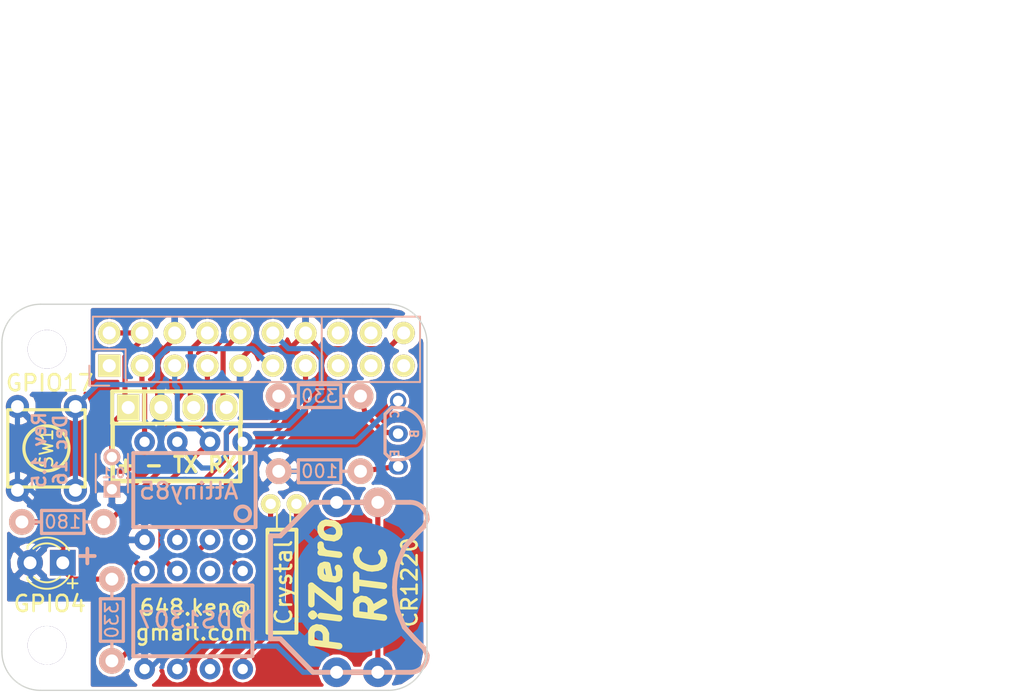
<source format=kicad_pcb>
(kicad_pcb (version 4) (host pcbnew "(2015-08-15 BZR 6092)-product")

  (general
    (links 41)
    (no_connects 0)
    (area 38.049999 39.649999 71.150001 69.750001)
    (thickness 1.6)
    (drawings 28)
    (tracks 181)
    (zones 0)
    (modules 17)
    (nets 19)
  )

  (page A4)
  (title_block
    (title "Raspberry Pi Hat Template")
    (date 2015-12-24)
    (rev 0.1)
    (company OpenFet)
    (comment 1 "Author: Julien")
    (comment 2 "License: CERN OHL V1.2")
  )

  (layers
    (0 F.Cu signal)
    (31 B.Cu signal)
    (32 B.Adhes user)
    (33 F.Adhes user)
    (34 B.Paste user)
    (35 F.Paste user)
    (36 B.SilkS user)
    (37 F.SilkS user)
    (38 B.Mask user)
    (39 F.Mask user)
    (40 Dwgs.User user)
    (41 Cmts.User user)
    (42 Eco1.User user)
    (43 Eco2.User user)
    (44 Edge.Cuts user)
    (45 Margin user)
    (46 B.CrtYd user)
    (47 F.CrtYd user)
    (48 B.Fab user)
    (49 F.Fab user)
  )

  (setup
    (last_trace_width 0.4)
    (user_trace_width 0.1)
    (user_trace_width 0.2)
    (user_trace_width 0.3)
    (user_trace_width 0.4)
    (user_trace_width 0.5)
    (user_trace_width 0.6)
    (user_trace_width 0.8)
    (user_trace_width 1)
    (trace_clearance 0.15)
    (zone_clearance 0.23)
    (zone_45_only yes)
    (trace_min 0.1)
    (segment_width 0.35)
    (edge_width 0.1)
    (via_size 0.889)
    (via_drill 0.635)
    (via_min_size 0.26)
    (via_min_drill 0.16)
    (user_via 0.6 0.32)
    (user_via 1.5 0.8)
    (uvia_size 0.508)
    (uvia_drill 0.127)
    (uvias_allowed no)
    (uvia_min_size 0.508)
    (uvia_min_drill 0.127)
    (pcb_text_width 0.3)
    (pcb_text_size 1.5 1.5)
    (mod_edge_width 0.15)
    (mod_text_size 1 1)
    (mod_text_width 0.15)
    (pad_size 1.27 1.50114)
    (pad_drill 0.8128)
    (pad_to_mask_clearance 0)
    (aux_axis_origin 0 0)
    (grid_origin 211.1 101.7)
    (visible_elements 7FFFFF7F)
    (pcbplotparams
      (layerselection 0x010f0_80000001)
      (usegerberextensions false)
      (excludeedgelayer true)
      (linewidth 0.100000)
      (plotframeref false)
      (viasonmask false)
      (mode 1)
      (useauxorigin false)
      (hpglpennumber 1)
      (hpglpenspeed 20)
      (hpglpendiameter 15)
      (hpglpenoverlay 2)
      (psnegative false)
      (psa4output false)
      (plotreference true)
      (plotvalue true)
      (plotinvisibletext false)
      (padsonsilk false)
      (subtractmaskfromsilk false)
      (outputformat 1)
      (mirror false)
      (drillshape 0)
      (scaleselection 1)
      (outputdirectory /home/mangokid/Desktop/hat_gerber/))
  )

  (net 0 "")
  (net 1 GND)
  (net 2 "Net-(P3-Pad7)")
  (net 3 "Net-(P3-Pad11)")
  (net 4 VCC)
  (net 5 "Net-(32.768-Pad1)")
  (net 6 "Net-(32.768-Pad2)")
  (net 7 "Net-(P1-Pad3)")
  (net 8 "Net-(P1-Pad4)")
  (net 9 "Net-(BT1-Pad1)")
  (net 10 "Net-(D1-Pad2)")
  (net 11 "Net-(IC1-Pad2)")
  (net 12 "Net-(IC1-Pad3)")
  (net 13 "Net-(IC1-Pad1)")
  (net 14 "Net-(IC1-Pad5)")
  (net 15 "Net-(IC1-Pad6)")
  (net 16 "Net-(IC1-Pad7)")
  (net 17 "Net-(Q1-Pad2)")
  (net 18 "Net-(Q1-Pad1)")

  (net_class Default "This is the default net class."
    (clearance 0.15)
    (trace_width 0.2)
    (via_dia 0.889)
    (via_drill 0.635)
    (uvia_dia 0.508)
    (uvia_drill 0.127)
    (add_net GND)
    (add_net "Net-(32.768-Pad1)")
    (add_net "Net-(32.768-Pad2)")
    (add_net "Net-(BT1-Pad1)")
    (add_net "Net-(D1-Pad2)")
    (add_net "Net-(IC1-Pad1)")
    (add_net "Net-(IC1-Pad2)")
    (add_net "Net-(IC1-Pad3)")
    (add_net "Net-(IC1-Pad5)")
    (add_net "Net-(IC1-Pad6)")
    (add_net "Net-(IC1-Pad7)")
    (add_net "Net-(P1-Pad3)")
    (add_net "Net-(P1-Pad4)")
    (add_net "Net-(P3-Pad11)")
    (add_net "Net-(P3-Pad7)")
    (add_net "Net-(Q1-Pad1)")
    (add_net "Net-(Q1-Pad2)")
    (add_net VCC)
  )

  (module Housings_DIP:DIP-8_W7.62mm (layer B.Cu) (tedit 583D15CA) (tstamp 581A6CCF)
    (at 56.795 58.012 90)
    (descr "8-lead dip package, row spacing 7.62 mm (300 mils)")
    (tags "dil dip 2.54 300")
    (path /57FDAA68)
    (fp_text reference IC1 (at 0 5.22 90) (layer B.SilkS) hide
      (effects (font (size 1 1) (thickness 0.15)) (justify mirror))
    )
    (fp_text value ATTINY85-S (at 3.75 -4 180) (layer F.SilkS) hide
      (effects (font (size 1 1) (thickness 0.15)))
    )
    (fp_circle (center 2.032 0) (end 2.286 -0.508) (layer B.SilkS) (width 0.3048))
    (fp_line (start 1 1) (end 1 -8.5) (layer B.SilkS) (width 0.3048))
    (fp_line (start 1 -8.5) (end 6.75 -8.5) (layer B.SilkS) (width 0.3048))
    (fp_line (start 6.75 -8.5) (end 6.75 1) (layer B.SilkS) (width 0.3048))
    (fp_line (start 6.75 1) (end 1 1) (layer B.SilkS) (width 0.3048))
    (fp_line (start -1.05 2.45) (end -1.05 -10.1) (layer B.CrtYd) (width 0.05))
    (fp_line (start 8.65 2.45) (end 8.65 -10.1) (layer B.CrtYd) (width 0.05))
    (fp_line (start -1.05 2.45) (end 8.65 2.45) (layer B.CrtYd) (width 0.05))
    (fp_line (start -1.05 -10.1) (end 8.65 -10.1) (layer B.CrtYd) (width 0.05))
    (pad 1 thru_hole oval (at 0 0 90) (size 1.6 1.6) (drill 0.8) (layers *.Cu F.Mask)
      (net 13 "Net-(IC1-Pad1)"))
    (pad 2 thru_hole oval (at 0 -2.54 90) (size 1.6 1.6) (drill 0.8) (layers *.Cu F.Mask)
      (net 11 "Net-(IC1-Pad2)"))
    (pad 3 thru_hole oval (at 0 -5.08 90) (size 1.6 1.6) (drill 0.8) (layers *.Cu F.Mask)
      (net 12 "Net-(IC1-Pad3)"))
    (pad 4 thru_hole oval (at 0 -7.62 90) (size 1.6 1.6) (drill 0.8) (layers *.Cu F.Mask)
      (net 1 GND))
    (pad 5 thru_hole oval (at 7.62 -7.62 90) (size 1.6 1.6) (drill 0.8) (layers *.Cu F.Mask)
      (net 14 "Net-(IC1-Pad5)"))
    (pad 6 thru_hole oval (at 7.62 -5.08 90) (size 1.6 1.6) (drill 0.8) (layers *.Cu F.Mask)
      (net 15 "Net-(IC1-Pad6)"))
    (pad 7 thru_hole oval (at 7.62 -2.54 90) (size 1.6 1.6) (drill 0.8) (layers *.Cu F.Mask)
      (net 16 "Net-(IC1-Pad7)"))
    (pad 8 thru_hole oval (at 7.62 0 90) (size 1.6 1.6) (drill 0.8) (layers *.Cu F.Mask)
      (net 4 VCC))
    (model Housings_DIP.3dshapes/DIP-8_W7.62mm.wrl
      (at (xyz 0 0 0))
      (scale (xyz 1 1 1))
      (rotate (xyz 0 0 0))
    )
  )

  (module Pin_Headers:Pin_Header_Straight_2x10 (layer F.Cu) (tedit 5828EB59) (tstamp 5509D7DA)
    (at 46.4318 44.4738 90)
    (descr "Through hole pin header")
    (tags "pin header")
    (path /54E92361)
    (fp_text reference P3 (at 0 -5.1 90) (layer F.SilkS) hide
      (effects (font (size 1 1) (thickness 0.15)))
    )
    (fp_text value Raspberry_Pi_+_Conn (at 0 -3.1 90) (layer F.Fab)
      (effects (font (size 1 1) (thickness 0.15)))
    )
    (fp_line (start 3.75 16.5) (end -1.25 16.5) (layer B.SilkS) (width 0.1524))
    (fp_line (start -1.75 -1.75) (end -1.75 24.65) (layer F.CrtYd) (width 0.05))
    (fp_line (start 4.3 -1.75) (end 4.3 24.65) (layer F.CrtYd) (width 0.05))
    (fp_line (start -1.75 -1.75) (end 4.3 -1.75) (layer F.CrtYd) (width 0.05))
    (fp_line (start -1.75 24.65) (end 4.3 24.65) (layer F.CrtYd) (width 0.05))
    (fp_line (start 3.81 24.13) (end 3.81 -1.27) (layer B.SilkS) (width 0.15))
    (fp_line (start -1.27 1.27) (end -1.27 24.13) (layer B.SilkS) (width 0.15))
    (fp_line (start 3.81 24.13) (end -1.27 24.13) (layer B.SilkS) (width 0.15))
    (fp_line (start 3.81 -1.27) (end 1.27 -1.27) (layer B.SilkS) (width 0.15))
    (fp_line (start 0 -1.55) (end -1.55 -1.55) (layer B.SilkS) (width 0.15))
    (fp_line (start 1.27 -1.27) (end 1.27 1.27) (layer B.SilkS) (width 0.15))
    (fp_line (start 1.27 1.27) (end -1.27 1.27) (layer B.SilkS) (width 0.15))
    (fp_line (start -1.55 -1.55) (end -1.55 0) (layer B.SilkS) (width 0.15))
    (pad 1 thru_hole rect (at 0 0 90) (size 1.7272 1.7272) (drill 1.016) (layers *.Cu *.Mask F.SilkS))
    (pad 2 thru_hole oval (at 2.54 0 90) (size 1.7272 1.7272) (drill 1.016) (layers *.Cu *.Mask F.SilkS)
      (net 4 VCC))
    (pad 3 thru_hole oval (at 0 2.54 90) (size 1.7272 1.7272) (drill 1.016) (layers *.Cu *.Mask F.SilkS)
      (net 14 "Net-(IC1-Pad5)"))
    (pad 4 thru_hole oval (at 2.54 2.54 90) (size 1.7272 1.7272) (drill 1.016) (layers *.Cu *.Mask F.SilkS)
      (net 4 VCC))
    (pad 5 thru_hole oval (at 0 5.08 90) (size 1.7272 1.7272) (drill 1.016) (layers *.Cu *.Mask F.SilkS)
      (net 16 "Net-(IC1-Pad7)"))
    (pad 6 thru_hole oval (at 2.54 5.08 90) (size 1.7272 1.7272) (drill 1.016) (layers *.Cu *.Mask F.SilkS)
      (net 1 GND))
    (pad 7 thru_hole oval (at 0 7.62 90) (size 1.7272 1.7272) (drill 1.016) (layers *.Cu *.Mask F.SilkS)
      (net 2 "Net-(P3-Pad7)"))
    (pad 8 thru_hole oval (at 2.54 7.62 90) (size 1.7272 1.7272) (drill 1.016) (layers *.Cu *.Mask F.SilkS)
      (net 7 "Net-(P1-Pad3)"))
    (pad 9 thru_hole oval (at 0 10.16 90) (size 1.7272 1.7272) (drill 1.016) (layers *.Cu *.Mask F.SilkS)
      (net 1 GND))
    (pad 10 thru_hole oval (at 2.54 10.16 90) (size 1.7272 1.7272) (drill 1.016) (layers *.Cu *.Mask F.SilkS)
      (net 8 "Net-(P1-Pad4)"))
    (pad 11 thru_hole oval (at 0 12.7 90) (size 1.7272 1.7272) (drill 1.016) (layers *.Cu *.Mask F.SilkS)
      (net 3 "Net-(P3-Pad11)"))
    (pad 12 thru_hole oval (at 2.54 12.7 90) (size 1.7272 1.7272) (drill 1.016) (layers *.Cu *.Mask F.SilkS)
      (net 15 "Net-(IC1-Pad6)"))
    (pad 13 thru_hole oval (at 0 15.24 90) (size 1.7272 1.7272) (drill 1.016) (layers *.Cu *.Mask F.SilkS)
      (net 13 "Net-(IC1-Pad1)"))
    (pad 14 thru_hole oval (at 2.54 15.24 90) (size 1.7272 1.7272) (drill 1.016) (layers *.Cu *.Mask F.SilkS)
      (net 1 GND))
    (pad 15 thru_hole oval (at 0 17.78 90) (size 1.7272 1.7272) (drill 1.016) (layers *.Cu *.Mask F.SilkS))
    (pad 16 thru_hole oval (at 2.54 17.78 90) (size 1.7272 1.7272) (drill 1.016) (layers *.Cu *.Mask F.SilkS))
    (pad 17 thru_hole oval (at 0 20.32 90) (size 1.7272 1.7272) (drill 1.016) (layers *.Cu *.Mask F.SilkS))
    (pad 18 thru_hole oval (at 2.54 20.32 90) (size 1.7272 1.7272) (drill 1.016) (layers *.Cu *.Mask F.SilkS))
    (pad 19 thru_hole oval (at 0 22.86 90) (size 1.7272 1.7272) (drill 1.016) (layers *.Cu *.Mask F.SilkS))
    (pad 20 thru_hole oval (at 2.54 22.86 90) (size 1.7272 1.7272) (drill 1.016) (layers *.Cu *.Mask F.SilkS)
      (net 1 GND))
    (model Pin_Headers.3dshapes/Pin_Header_Straight_2x10.wrl
      (at (xyz 0.05 -0.45 0))
      (scale (xyz 1 1 1))
      (rotate (xyz 0 0 90))
    )
  )

  (module Crystals:Crystal_Watch (layer F.Cu) (tedit 581FF441) (tstamp 57EDC458)
    (at 59.716 55.218)
    (path /57E75102)
    (fp_text reference 32.768 (at -0.5 6 270) (layer F.SilkS) hide
      (effects (font (size 1 1) (thickness 0.15)))
    )
    (fp_text value Crystal (at 0.254 6.096 270) (layer F.SilkS)
      (effects (font (size 1.27 1.27) (thickness 0.2032)))
    )
    (fp_line (start -1 2) (end 1.25 2) (layer F.SilkS) (width 0.3048))
    (fp_line (start 1.25 2) (end 1.25 10) (layer F.SilkS) (width 0.3048))
    (fp_line (start 1.25 10) (end -1 10) (layer F.SilkS) (width 0.3048))
    (fp_line (start -1 10) (end -1 2) (layer F.SilkS) (width 0.3048))
    (fp_line (start -0.27 0) (end -0.27 1.905) (layer F.SilkS) (width 0.15))
    (fp_line (start 0.77 0) (end 0.77 1.905) (layer F.SilkS) (width 0.15))
    (pad 2 thru_hole circle (at -0.75 0) (size 1.524 1.524) (drill 0.8128) (layers *.Cu *.Mask F.SilkS)
      (net 6 "Net-(32.768-Pad2)"))
    (pad 1 thru_hole circle (at 1.25 0) (size 1.524 1.524) (drill 0.8128) (layers *.Cu *.Mask F.SilkS)
      (net 5 "Net-(32.768-Pad1)"))
    (model Crystals.3dshapes/Crystal_Watch.wrl
      (at (xyz 0 0 0))
      (scale (xyz 1 1 1))
      (rotate (xyz 0 0 0))
    )
  )

  (module Housings_DIP:DIP-8_W7.62mm (layer B.Cu) (tedit 5828EC4C) (tstamp 57EDC464)
    (at 56.795 68.045 90)
    (descr "8-lead dip package, row spacing 7.62 mm (300 mils)")
    (tags "dil dip 2.54 300")
    (path /57E74DCC)
    (fp_text reference U1 (at 2 -9 90) (layer B.SilkS) hide
      (effects (font (size 1 1) (thickness 0.15)) (justify mirror))
    )
    (fp_text value DS1307 (at 3.81 -4.445 180) (layer B.SilkS)
      (effects (font (size 1.27 1.27) (thickness 0.2032)) (justify mirror))
    )
    (fp_arc (start 3.75 0.75) (end 4.5 0.75) (angle -90) (layer B.SilkS) (width 0.3048))
    (fp_arc (start 3.75 0.75) (end 3.75 0) (angle -90) (layer B.SilkS) (width 0.3048))
    (fp_line (start 1 0.75) (end 1 -8.5) (layer B.SilkS) (width 0.3048))
    (fp_line (start 1 -8.5) (end 6.5 -8.5) (layer B.SilkS) (width 0.3048))
    (fp_line (start 6.5 -8.5) (end 6.5 0.75) (layer B.SilkS) (width 0.3048))
    (fp_line (start 6.5 0.75) (end 1 0.75) (layer B.SilkS) (width 0.3048))
    (fp_line (start -1.05 2.45) (end -1.05 -10.1) (layer B.CrtYd) (width 0.05))
    (fp_line (start 8.65 2.45) (end 8.65 -10.1) (layer B.CrtYd) (width 0.05))
    (fp_line (start -1.05 2.45) (end 8.65 2.45) (layer B.CrtYd) (width 0.05))
    (fp_line (start -1.05 -10.1) (end 8.65 -10.1) (layer B.CrtYd) (width 0.05))
    (pad 1 thru_hole oval (at 0 0 90) (size 1.6 1.6) (drill 0.8) (layers *.Cu F.Mask)
      (net 5 "Net-(32.768-Pad1)"))
    (pad 2 thru_hole oval (at 0 -2.54 90) (size 1.6 1.6) (drill 0.8) (layers *.Cu F.Mask)
      (net 6 "Net-(32.768-Pad2)"))
    (pad 3 thru_hole oval (at 0 -5.08 90) (size 1.6 1.6) (drill 0.8) (layers *.Cu F.Mask)
      (net 9 "Net-(BT1-Pad1)"))
    (pad 4 thru_hole oval (at 0 -7.62 90) (size 1.6 1.6) (drill 0.8) (layers *.Cu F.Mask)
      (net 1 GND))
    (pad 5 thru_hole oval (at 7.62 -7.62 90) (size 1.6 1.6) (drill 0.8) (layers *.Cu F.Mask)
      (net 14 "Net-(IC1-Pad5)"))
    (pad 6 thru_hole oval (at 7.62 -5.08 90) (size 1.6 1.6) (drill 0.8) (layers *.Cu F.Mask)
      (net 16 "Net-(IC1-Pad7)"))
    (pad 7 thru_hole oval (at 7.62 -2.54 90) (size 1.6 1.6) (drill 0.8) (layers *.Cu F.Mask))
    (pad 8 thru_hole oval (at 7.62 0 90) (size 1.6 1.6) (drill 0.8) (layers *.Cu F.Mask)
      (net 4 VCC))
    (model Housings_DIP.3dshapes/DIP-8_W7.62mm.wrl
      (at (xyz 0 0 0))
      (scale (xyz 1 1 1))
      (rotate (xyz 0 0 0))
    )
  )

  (module Pin_Headers:Pin_Header_Straight_1x04 (layer F.Cu) (tedit 57FDC54B) (tstamp 57EDC523)
    (at 47.905 47.725 90)
    (descr "Through hole pin header")
    (tags "pin header")
    (path /57EDCD88)
    (fp_text reference P1 (at 0 -5.1 90) (layer F.SilkS) hide
      (effects (font (size 1 1) (thickness 0.15)))
    )
    (fp_text value CONN_01X04 (at 0 -3.1 90) (layer F.Fab)
      (effects (font (size 1 1) (thickness 0.15)))
    )
    (fp_line (start -1.25 1.25) (end 1.25 1.25) (layer F.SilkS) (width 0.3048))
    (fp_line (start -1.25 -1.25) (end -1.25 8.75) (layer F.SilkS) (width 0.3048))
    (fp_line (start -1.25 8.75) (end 1.25 8.75) (layer F.SilkS) (width 0.3048))
    (fp_line (start 1.25 8.75) (end 1.25 -1.25) (layer F.SilkS) (width 0.3048))
    (fp_line (start 1.25 -1.25) (end -1.25 -1.25) (layer F.SilkS) (width 0.3048))
    (fp_line (start -1.75 -1.75) (end -1.75 9.4) (layer F.CrtYd) (width 0.05))
    (fp_line (start 1.75 -1.75) (end 1.75 9.4) (layer F.CrtYd) (width 0.05))
    (fp_line (start -1.75 -1.75) (end 1.75 -1.75) (layer F.CrtYd) (width 0.05))
    (fp_line (start -1.75 9.4) (end 1.75 9.4) (layer F.CrtYd) (width 0.05))
    (pad 1 thru_hole rect (at 0 0 90) (size 2.032 1.7272) (drill 1.016) (layers *.Cu *.Mask F.SilkS)
      (net 4 VCC))
    (pad 2 thru_hole oval (at 0 2.54 90) (size 2.032 1.7272) (drill 1.016) (layers *.Cu *.Mask F.SilkS)
      (net 1 GND))
    (pad 3 thru_hole oval (at 0 5.08 90) (size 2.032 1.7272) (drill 1.016) (layers *.Cu *.Mask F.SilkS)
      (net 7 "Net-(P1-Pad3)"))
    (pad 4 thru_hole oval (at 0 7.62 90) (size 2.032 1.7272) (drill 1.016) (layers *.Cu *.Mask F.SilkS)
      (net 8 "Net-(P1-Pad4)"))
    (model Pin_Headers.3dshapes/Pin_Header_Straight_1x04.wrl
      (at (xyz 0 -0.15 0))
      (scale (xyz 1 1 1))
      (rotate (xyz 0 0 90))
    )
  )

  (module Pin_Headers:Pin_Header_Straight_1x01 (layer B.Cu) (tedit 58195A23) (tstamp 57FDBD32)
    (at 65.685 59.79 270)
    (descr "Through hole pin header")
    (tags "pin header")
    (path /57FDE5A3)
    (fp_text reference P2 (at 0 5.1 270) (layer B.SilkS) hide
      (effects (font (size 1 1) (thickness 0.15)) (justify mirror))
    )
    (fp_text value CONN_01X01 (at 0 3.1 270) (layer B.Fab) hide
      (effects (font (size 1 1) (thickness 0.15)) (justify mirror))
    )
    (fp_line (start -1.75 1.75) (end -1.75 -1.75) (layer B.CrtYd) (width 0.05))
    (fp_line (start 1.75 1.75) (end 1.75 -1.75) (layer B.CrtYd) (width 0.05))
    (fp_line (start -1.75 1.75) (end 1.75 1.75) (layer B.CrtYd) (width 0.05))
    (fp_line (start -1.75 -1.75) (end 1.75 -1.75) (layer B.CrtYd) (width 0.05))
    (model Pin_Headers.3dshapes/Pin_Header_Straight_1x01.wrl
      (at (xyz 0 0 0))
      (scale (xyz 1 1 1))
      (rotate (xyz 0 0 90))
    )
  )

  (module myFootPrints:BATT_12mm_TH (layer B.Cu) (tedit 5828ECCB) (tstamp 57EDC515)
    (at 65.685 61.695 270)
    (descr "Keystone type 3000 coin cell retainer")
    (path /57E74E71)
    (fp_text reference BT1 (at 0 4.5 270) (layer B.SilkS) hide
      (effects (font (thickness 0.3048)) (justify mirror))
    )
    (fp_text value Battery (at 0 -4.5 270) (layer B.SilkS) hide
      (effects (font (thickness 0.3048)) (justify mirror))
    )
    (fp_circle (center 0 0) (end -6 -1) (layer B.CrtYd) (width 0.3048))
    (fp_line (start 0.6096 -2.921) (end 1.8542 -3.1496) (layer B.SilkS) (width 0.381))
    (fp_line (start 1.8542 -3.1496) (end 3.0988 -3.6576) (layer B.SilkS) (width 0.381))
    (fp_line (start 3.0988 -3.6576) (end 4.064 -4.5212) (layer B.SilkS) (width 0.381))
    (fp_line (start 4.064 -4.5212) (end 4.7244 -5.1816) (layer B.SilkS) (width 0.381))
    (fp_line (start 4.7244 -5.1816) (end 5.2832 -5.4356) (layer B.SilkS) (width 0.381))
    (fp_line (start 0 -2.8956) (end 0.6096 -2.921) (layer B.SilkS) (width 0.381))
    (fp_line (start -3.0988 -3.6576) (end -4.064 -4.5212) (layer B.SilkS) (width 0.381))
    (fp_line (start -4.064 -4.5212) (end -4.7244 -5.1816) (layer B.SilkS) (width 0.381))
    (fp_line (start -5.2832 -5.4356) (end -4.7244 -5.1816) (layer B.SilkS) (width 0.381))
    (fp_line (start -3.0988 -3.6576) (end -1.8542 -3.1496) (layer B.SilkS) (width 0.381))
    (fp_line (start -1.8542 -3.1496) (end -0.6096 -2.921) (layer B.SilkS) (width 0.381))
    (fp_line (start -0.6096 -2.921) (end 0 -2.8956) (layer B.SilkS) (width 0.381))
    (fp_arc (start 5.2832 -4.1148) (end 6.604 -4.1148) (angle -90) (layer B.SilkS) (width 0.381))
    (fp_arc (start -5.2832 -4.1148) (end -5.2832 -5.4356) (angle -90) (layer B.SilkS) (width 0.381))
    (fp_line (start 6.604 3.429) (end 6.604 -4.064) (layer B.SilkS) (width 0.381))
    (fp_line (start -6.604 3.429) (end -6.604 -4.064) (layer B.SilkS) (width 0.381))
    (fp_line (start 4.0005 5.969) (end 6.604 3.429) (layer B.SilkS) (width 0.381))
    (fp_line (start -4.0005 5.969) (end -6.604 3.429) (layer B.SilkS) (width 0.381))
    (fp_line (start 3.9995 6.731) (end 3.9995 5.969) (layer B.SilkS) (width 0.381))
    (fp_line (start -4.0005 6.731) (end -4.0005 5.969) (layer B.SilkS) (width 0.381))
    (fp_line (start -4.0005 6.731) (end 4.0005 6.731) (layer B.SilkS) (width 0.381))
    (pad 1 thru_hole circle (at 6.6 1.6 270) (size 2.3 2.3) (drill 1) (layers *.Cu F.Mask)
      (net 9 "Net-(BT1-Pad1)"))
    (pad 1 thru_hole circle (at 6.6 -1.6 270) (size 2.3 2.3) (drill 1) (layers *.Cu F.Mask)
      (net 9 "Net-(BT1-Pad1)"))
    (pad 1 thru_hole circle (at -6.6 -1.6 270) (size 2.3 2.3) (drill 1) (layers *.Cu B.SilkS F.Mask)
      (net 9 "Net-(BT1-Pad1)"))
    (pad 1 thru_hole circle (at -6.6 1.6 270) (size 2.3 2.3) (drill 1) (layers *.Cu F.Mask)
      (net 9 "Net-(BT1-Pad1)"))
    (pad 2 smd circle (at 0 0 270) (size 10.16 10.16) (layers B.Cu B.Paste B.Mask)
      (net 1 GND))
    (model walter/battery_holders/keystone_3000.wrl
      (at (xyz 0 0 0))
      (scale (xyz 1 1 1))
      (rotate (xyz 0 0 0))
    )
  )

  (module Mounting_Holes:MountingHole_3mm (layer F.Cu) (tedit 5687A909) (tstamp 5684F8FC)
    (at 41.6 43.2)
    (descr "Mounting hole, Befestigungsbohrung, 3mm, No Annular, Kein Restring,")
    (tags "Mounting hole, Befestigungsbohrung, 3mm, No Annular, Kein Restring,")
    (fp_text reference REF** (at 0 -4.0005) (layer F.SilkS) hide
      (effects (font (size 0.5 0.5) (thickness 0.125)))
    )
    (fp_text value MountingHole_3mm (at 1.00076 5.00126) (layer F.Fab) hide
      (effects (font (size 0.5 0.5) (thickness 0.125)))
    )
    (fp_circle (center 0 0) (end 3 0) (layer Cmts.User) (width 0.381))
    (pad 1 thru_hole circle (at 0 0) (size 3 3) (drill 3) (layers))
  )

  (module Mounting_Holes:MountingHole_3mm (layer F.Cu) (tedit 5687A904) (tstamp 5684F8FF)
    (at 41.6 66.2)
    (descr "Mounting hole, Befestigungsbohrung, 3mm, No Annular, Kein Restring,")
    (tags "Mounting hole, Befestigungsbohrung, 3mm, No Annular, Kein Restring,")
    (fp_text reference REF** (at 0 -4.0005) (layer F.SilkS) hide
      (effects (font (size 0.5 0.5) (thickness 0.125)))
    )
    (fp_text value MountingHole_3mm (at 1.00076 5.00126) (layer F.Fab) hide
      (effects (font (size 0.5 0.5) (thickness 0.125)))
    )
    (fp_circle (center 0 0) (end 3 0) (layer Cmts.User) (width 0.381))
    (pad 1 thru_hole circle (at 0 0) (size 3 3) (drill 3) (layers))
  )

  (module Capacitors_ThroughHole:C_Disc_D3_P2.5 (layer B.Cu) (tedit 581FF9A4) (tstamp 57EDC452)
    (at 46.635 54.075 90)
    (descr "Capacitor 3mm Disc, Pitch 2.5mm")
    (tags Capacitor)
    (path /57E756BE)
    (fp_text reference 0.1 (at 1.27 0.127 180) (layer B.SilkS)
      (effects (font (size 0.762 0.762) (thickness 0.15)) (justify mirror))
    )
    (fp_text value C_Small (at 1.27 0 90) (layer B.Fab) hide
      (effects (font (size 1 1) (thickness 0.15)) (justify mirror))
    )
    (fp_line (start -0.9 1.5) (end 3.4 1.5) (layer B.CrtYd) (width 0.05))
    (fp_line (start 3.4 1.5) (end 3.4 -1.5) (layer B.CrtYd) (width 0.05))
    (fp_line (start 3.4 -1.5) (end -0.9 -1.5) (layer B.CrtYd) (width 0.05))
    (fp_line (start -0.9 -1.5) (end -0.9 1.5) (layer B.CrtYd) (width 0.05))
    (fp_line (start -0.25 1.25) (end 2.75 1.25) (layer B.SilkS) (width 0.15))
    (fp_line (start 2.75 -1.25) (end -0.25 -1.25) (layer B.SilkS) (width 0.15))
    (pad 1 thru_hole rect (at 0 0 90) (size 1.3 1.3) (drill 0.8) (layers *.Cu *.Mask B.SilkS)
      (net 1 GND))
    (pad 2 thru_hole circle (at 2.5 0 90) (size 1.3 1.3) (drill 0.8001) (layers *.Cu *.Mask B.SilkS)
      (net 4 VCC))
    (model Capacitors_ThroughHole.3dshapes/C_Disc_D3_P2.5.wrl
      (at (xyz 0.049213 0 0))
      (scale (xyz 1 1 1))
      (rotate (xyz 0 0 0))
    )
  )

  (module myFootPrints:LED-3MM (layer F.Cu) (tedit 5828ED10) (tstamp 57EDC51B)
    (at 40.285 59.79)
    (descr "LED 3mm round vertical")
    (tags "LED  3mm round vertical")
    (path /57EDC2DF)
    (fp_text reference D1 (at 1.91 3.06) (layer F.SilkS) hide
      (effects (font (size 1 1) (thickness 0.15)))
    )
    (fp_text value LED (at 1.27 -1.524) (layer F.Fab)
      (effects (font (size 1 1) (thickness 0.15)))
    )
    (fp_text user + (at 3.302 1.524) (layer F.SilkS)
      (effects (font (size 1 1) (thickness 0.15)))
    )
    (fp_line (start -1.2 2.3) (end 3.8 2.3) (layer F.CrtYd) (width 0.05))
    (fp_line (start 3.8 2.3) (end 3.8 -2.2) (layer F.CrtYd) (width 0.05))
    (fp_line (start 3.8 -2.2) (end -1.2 -2.2) (layer F.CrtYd) (width 0.05))
    (fp_line (start -1.2 -2.2) (end -1.2 2.3) (layer F.CrtYd) (width 0.05))
    (fp_line (start -0.199 1.314) (end -0.199 1.114) (layer F.SilkS) (width 0.15))
    (fp_line (start -0.199 -1.28) (end -0.199 -1.1) (layer F.SilkS) (width 0.15))
    (fp_arc (start 1.301 0.034) (end -0.199 -1.286) (angle 108.5) (layer F.SilkS) (width 0.15))
    (fp_arc (start 1.301 0.034) (end 0.25 -1.1) (angle 85.7) (layer F.SilkS) (width 0.15))
    (fp_arc (start 1.311 0.034) (end 3.051 0.994) (angle 110) (layer F.SilkS) (width 0.15))
    (fp_arc (start 1.301 0.034) (end 2.335 1.094) (angle 87.5) (layer F.SilkS) (width 0.15))
    (pad 1 thru_hole circle (at 0 0 90) (size 2 2) (drill 1.00076) (layers *.Cu B.Mask)
      (net 1 GND))
    (pad 2 thru_hole rect (at 2.54 0) (size 2 2) (drill 1.00076) (layers *.Cu B.Mask)
      (net 10 "Net-(D1-Pad2)"))
    (model LEDs.3dshapes/LED-3MM.wrl
      (at (xyz 0.05 0 0))
      (scale (xyz 1 1 1))
      (rotate (xyz 0 0 90))
    )
  )

  (module myFootPrints:Resistor_Horz (layer B.Cu) (tedit 57FDC17F) (tstamp 57EDC529)
    (at 42.825 56.615)
    (descr "Resistor, Axial,  RM 10mm, 1/3W,")
    (tags "Resistor, Axial, RM 10mm, 1/3W,")
    (path /57EDC340)
    (fp_text reference R1 (at 0 1.905) (layer B.Fab) hide
      (effects (font (size 1 1) (thickness 0.15)) (justify mirror))
    )
    (fp_text value 180 (at 0 0) (layer B.SilkS)
      (effects (font (size 1 1) (thickness 0.15)) (justify mirror))
    )
    (fp_line (start -1.651 0) (end -2.413 0) (layer B.SilkS) (width 0.254))
    (fp_line (start 1.651 0) (end 2.413 0) (layer B.SilkS) (width 0.254))
    (fp_line (start 1.651 -0.889) (end 1.651 -0.635) (layer B.SilkS) (width 0.254))
    (fp_line (start 1.651 -0.889) (end -1.651 -0.889) (layer B.SilkS) (width 0.254))
    (fp_line (start -1.651 -0.889) (end -1.651 0.889) (layer B.SilkS) (width 0.254))
    (fp_line (start -1.651 0.889) (end 1.651 0.889) (layer B.SilkS) (width 0.254))
    (fp_line (start 1.651 0.889) (end 1.651 -0.635) (layer B.SilkS) (width 0.254))
    (pad 1 thru_hole circle (at -3.175 0) (size 1.99898 1.99898) (drill 1.00076) (layers *.Cu *.SilkS *.Mask)
      (net 10 "Net-(D1-Pad2)"))
    (pad 2 thru_hole circle (at 3.175 0) (size 1.99898 1.99898) (drill 1.00076) (layers *.Cu *.SilkS *.Mask)
      (net 2 "Net-(P3-Pad7)"))
    (model Resistors_ThroughHole.3dshapes/Resistor_Horizontal_RM10mm.wrl
      (at (xyz 0 0 0))
      (scale (xyz 0.4 0.4 0.4))
      (rotate (xyz 0 0 0))
    )
  )

  (module myFootPrints:SW_PUSH_SMALL (layer F.Cu) (tedit 5828ED03) (tstamp 57EDC531)
    (at 41.555 50.9 270)
    (path /57EDC379)
    (fp_text reference SW1 (at 0 0 270) (layer F.SilkS)
      (effects (font (size 1 1) (thickness 0.15)))
    )
    (fp_text value SPST (at 0 2 270) (layer F.Fab) hide
      (effects (font (size 0.3 0.3) (thickness 0.075)))
    )
    (fp_line (start -3 -3) (end 3 -3) (layer F.SilkS) (width 0.25))
    (fp_line (start 3 -3) (end 3 3) (layer F.SilkS) (width 0.25))
    (fp_line (start 3 3) (end -3 3) (layer F.SilkS) (width 0.25))
    (fp_line (start -3 3) (end -3 -3) (layer F.SilkS) (width 0.25))
    (fp_circle (center 0 0) (end -1.75 0) (layer F.SilkS) (width 0.25))
    (pad 1 thru_hole circle (at 3.25 -2.25 270) (size 1.8 1.8) (drill 1) (layers *.Cu B.Mask)
      (net 3 "Net-(P3-Pad11)"))
    (pad 2 thru_hole circle (at 3.25 2.25 270) (size 1.8 1.8) (drill 1) (layers *.Cu B.Mask)
      (net 1 GND))
    (pad 1 thru_hole circle (at -3.25 -2.25 270) (size 1.8 1.8) (drill 1) (layers *.Cu B.Mask)
      (net 3 "Net-(P3-Pad11)"))
    (pad 2 thru_hole circle (at -3.25 2.25 270) (size 1.8 1.8) (drill 1) (layers *.Cu B.Mask)
      (net 1 GND))
  )

  (module myFootPrints:Resistor_Horz (layer B.Cu) (tedit 57FDC17A) (tstamp 57FDB2E3)
    (at 46.635 64.235 270)
    (descr "Resistor, Axial,  RM 10mm, 1/3W,")
    (tags "Resistor, Axial, RM 10mm, 1/3W,")
    (path /57FDCB99)
    (fp_text reference R2 (at 0 1.905 270) (layer B.Fab) hide
      (effects (font (size 1 1) (thickness 0.15)) (justify mirror))
    )
    (fp_text value 330 (at 0 0 270) (layer B.SilkS)
      (effects (font (size 1 1) (thickness 0.15)) (justify mirror))
    )
    (fp_line (start -1.651 0) (end -2.413 0) (layer B.SilkS) (width 0.254))
    (fp_line (start 1.651 0) (end 2.413 0) (layer B.SilkS) (width 0.254))
    (fp_line (start 1.651 -0.889) (end 1.651 -0.635) (layer B.SilkS) (width 0.254))
    (fp_line (start 1.651 -0.889) (end -1.651 -0.889) (layer B.SilkS) (width 0.254))
    (fp_line (start -1.651 -0.889) (end -1.651 0.889) (layer B.SilkS) (width 0.254))
    (fp_line (start -1.651 0.889) (end 1.651 0.889) (layer B.SilkS) (width 0.254))
    (fp_line (start 1.651 0.889) (end 1.651 -0.635) (layer B.SilkS) (width 0.254))
    (pad 1 thru_hole circle (at -3.175 0 270) (size 1.99898 1.99898) (drill 1.00076) (layers *.Cu *.SilkS *.Mask)
      (net 10 "Net-(D1-Pad2)"))
    (pad 2 thru_hole circle (at 3.175 0 270) (size 1.99898 1.99898) (drill 1.00076) (layers *.Cu *.SilkS *.Mask)
      (net 11 "Net-(IC1-Pad2)"))
    (model Resistors_ThroughHole.3dshapes/Resistor_Horizontal_RM10mm.wrl
      (at (xyz 0 0 0))
      (scale (xyz 0.4 0.4 0.4))
      (rotate (xyz 0 0 0))
    )
  )

  (module myFootPrints:Resistor_Horz (layer B.Cu) (tedit 581FF990) (tstamp 581E58FD)
    (at 62.764 46.836)
    (descr "Resistor, Axial,  RM 10mm, 1/3W,")
    (tags "Resistor, Axial, RM 10mm, 1/3W,")
    (path /581E5E7B)
    (fp_text reference R3 (at 0 1.905) (layer B.Fab) hide
      (effects (font (size 1 1) (thickness 0.15)) (justify mirror))
    )
    (fp_text value 330 (at 0 0) (layer B.SilkS)
      (effects (font (size 1 1) (thickness 0.15)) (justify mirror))
    )
    (fp_line (start -1.651 0) (end -2.413 0) (layer B.SilkS) (width 0.254))
    (fp_line (start 1.651 0) (end 2.413 0) (layer B.SilkS) (width 0.254))
    (fp_line (start 1.651 -0.889) (end 1.651 -0.635) (layer B.SilkS) (width 0.254))
    (fp_line (start 1.651 -0.889) (end -1.651 -0.889) (layer B.SilkS) (width 0.254))
    (fp_line (start -1.651 -0.889) (end -1.651 0.889) (layer B.SilkS) (width 0.254))
    (fp_line (start -1.651 0.889) (end 1.651 0.889) (layer B.SilkS) (width 0.254))
    (fp_line (start 1.651 0.889) (end 1.651 -0.635) (layer B.SilkS) (width 0.254))
    (pad 1 thru_hole circle (at -3.175 0) (size 1.99898 1.99898) (drill 1.00076) (layers *.Cu *.SilkS *.Mask)
      (net 12 "Net-(IC1-Pad3)"))
    (pad 2 thru_hole circle (at 3.175 0) (size 1.99898 1.99898) (drill 1.00076) (layers *.Cu *.SilkS *.Mask)
      (net 17 "Net-(Q1-Pad2)"))
    (model Resistors_ThroughHole.3dshapes/Resistor_Horizontal_RM10mm.wrl
      (at (xyz 0 0 0))
      (scale (xyz 0.4 0.4 0.4))
      (rotate (xyz 0 0 0))
    )
  )

  (module myFootPrints:Resistor_Horz (layer B.Cu) (tedit 581FF99B) (tstamp 581E590A)
    (at 62.764 52.678 180)
    (descr "Resistor, Axial,  RM 10mm, 1/3W,")
    (tags "Resistor, Axial, RM 10mm, 1/3W,")
    (path /581E5FB8)
    (fp_text reference R4 (at 0 1.905 180) (layer B.Fab) hide
      (effects (font (size 1 1) (thickness 0.15)) (justify mirror))
    )
    (fp_text value 100 (at 0 0 180) (layer B.SilkS)
      (effects (font (size 1 1) (thickness 0.15)) (justify mirror))
    )
    (fp_line (start -1.651 0) (end -2.413 0) (layer B.SilkS) (width 0.254))
    (fp_line (start 1.651 0) (end 2.413 0) (layer B.SilkS) (width 0.254))
    (fp_line (start 1.651 -0.889) (end 1.651 -0.635) (layer B.SilkS) (width 0.254))
    (fp_line (start 1.651 -0.889) (end -1.651 -0.889) (layer B.SilkS) (width 0.254))
    (fp_line (start -1.651 -0.889) (end -1.651 0.889) (layer B.SilkS) (width 0.254))
    (fp_line (start -1.651 0.889) (end 1.651 0.889) (layer B.SilkS) (width 0.254))
    (fp_line (start 1.651 0.889) (end 1.651 -0.635) (layer B.SilkS) (width 0.254))
    (pad 1 thru_hole circle (at -3.175 0 180) (size 1.99898 1.99898) (drill 1.00076) (layers *.Cu *.SilkS *.Mask)
      (net 18 "Net-(Q1-Pad1)"))
    (pad 2 thru_hole circle (at 3.175 0 180) (size 1.99898 1.99898) (drill 1.00076) (layers *.Cu *.SilkS *.Mask)
      (net 1 GND))
    (model Resistors_ThroughHole.3dshapes/Resistor_Horizontal_RM10mm.wrl
      (at (xyz 0 0 0))
      (scale (xyz 0.4 0.4 0.4))
      (rotate (xyz 0 0 0))
    )
  )

  (module myFootPrints:TO-92_NPN_EBC_wide (layer B.Cu) (tedit 583D1486) (tstamp 581E5E78)
    (at 68.86 52.297 90)
    (descr "TO-92 leads in-line, narrow, oval pads, drill 0.6mm (see NXP sot054_po.pdf)")
    (tags "to-92 sc-43 sc-43a sot54 PA33 transistor")
    (path /581E5E19)
    (fp_text reference Q1 (at 1.778 1.016 90) (layer B.SilkS) hide
      (effects (font (size 0.635 0.635) (thickness 0.127)) (justify mirror))
    )
    (fp_text value Q_NPN_EBC (at 2.54 -1.778 90) (layer B.SilkS) hide
      (effects (font (size 1 1) (thickness 0.15)) (justify mirror))
    )
    (fp_line (start 0.508 -0.508) (end 0.508 0) (layer B.SilkS) (width 0.254))
    (fp_line (start 4.572 -0.508) (end 4.572 0) (layer B.SilkS) (width 0.254))
    (fp_arc (start 2.54 0) (end 2.54 2.032) (angle -90) (layer B.SilkS) (width 0.254))
    (fp_arc (start 2.54 0) (end 0.508 0) (angle -90) (layer B.SilkS) (width 0.254))
    (fp_text user B (at 2.54 1.27 90) (layer B.SilkS)
      (effects (font (size 0.635 0.635) (thickness 0.15)) (justify mirror))
    )
    (fp_text user C (at 4.064 -0.254 90) (layer B.SilkS)
      (effects (font (size 0.635 0.635) (thickness 0.15)) (justify mirror))
    )
    (fp_text user E (at 1.016 -0.254 90) (layer B.SilkS)
      (effects (font (size 0.635 0.635) (thickness 0.15)) (justify mirror))
    )
    (fp_line (start 1.016 -1.016) (end 0.508 -0.508) (layer B.SilkS) (width 0.254))
    (fp_line (start 1.016 -1.016) (end 4.064 -1.016) (layer B.SilkS) (width 0.254))
    (fp_line (start 4.064 -1.016) (end 4.572 -0.508) (layer B.SilkS) (width 0.254))
    (pad 2 thru_hole oval (at 2.54 0 270) (size 1.27 1.50114) (drill 0.8128) (layers *.Cu F.Mask)
      (net 17 "Net-(Q1-Pad2)"))
    (pad 3 thru_hole circle (at 5.08 0 270) (size 1.27 1.27) (drill 0.8128) (layers *.Cu F.Mask)
      (net 4 VCC))
    (pad 1 thru_hole oval (at 0 0 270) (size 1.27 1.50114) (drill 0.8128) (layers *.Cu F.Mask)
      (net 18 "Net-(Q1-Pad1)"))
    (model TO_SOT_Packages_THT.3dshapes/TO-92_Inline_Narrow_Oval.wrl
      (at (xyz 0.05 0 0))
      (scale (xyz 1 1 1))
      (rotate (xyz 0 0 -90))
    )
  )

  (gr_line (start 46.6985 53.44) (end 46.6985 48.868) (angle 90) (layer F.SilkS) (width 0.35))
  (gr_line (start 56.6045 53.44) (end 46.6985 53.44) (angle 90) (layer F.SilkS) (width 0.35))
  (gr_line (start 56.6045 48.868) (end 56.6045 53.44) (angle 90) (layer F.SilkS) (width 0.35))
  (gr_text "Rev 1.5\nDec 16" (at 41.809 51.027 90) (layer B.SilkS)
    (effects (font (size 1.016 1.016) (thickness 0.2032)) (justify mirror))
  )
  (gr_text Attiny85 (at 52.604 54.202) (layer B.SilkS)
    (effects (font (size 1.27 1.27) (thickness 0.2032)) (justify mirror))
  )
  (gr_text + (at 44.73 59.155) (layer B.SilkS)
    (effects (font (size 1.5 1.5) (thickness 0.3)) (justify mirror))
  )
  (gr_circle (center 46.4572 44.4484) (end 46.4572 44.423) (layer F.SilkS) (width 0.35))
  (gr_circle (center 46.4826 44.4992) (end 46.5334 44.5754) (layer Dwgs.User) (width 0.35))
  (gr_line (start 66.1 39.7) (end 68.1 39.7) (angle 90) (layer Edge.Cuts) (width 0.1))
  (gr_line (start 66.1 69.7) (end 68.1 69.7) (angle 90) (layer Edge.Cuts) (width 0.1))
  (gr_line (start 41.1 39.7) (end 66.1 39.7) (angle 90) (layer Edge.Cuts) (width 0.1))
  (gr_line (start 41.1 69.7) (end 66.1 69.7) (angle 90) (layer Edge.Cuts) (width 0.1))
  (gr_text "648.ken@\ngmail.com" (at 53.112 64.235) (layer F.SilkS)
    (effects (font (size 1.2 1.2) (thickness 0.2)))
  )
  (gr_text "PiZero\nRTC" (at 65.05 61.568 90) (layer F.SilkS)
    (effects (font (size 2.159 2.159) (thickness 0.5) italic))
  )
  (gr_text GPIO4 (at 41.809 62.965) (layer F.SilkS)
    (effects (font (size 1.25 1.25) (thickness 0.2)))
  )
  (gr_text GPIO17 (at 41.809 45.82) (layer F.SilkS)
    (effects (font (size 1.25 1.25) (thickness 0.2)))
  )
  (gr_text CR1220 (at 69.749 61.314 90) (layer F.SilkS)
    (effects (font (size 1.2 1.2) (thickness 0.2)))
  )
  (gr_text "+ - TX RX" (at 51.6515 52.17) (layer F.SilkS)
    (effects (font (size 1.2 1.1) (thickness 0.25)))
  )
  (dimension 30 (width 0.3) (layer Dwgs.User)
    (gr_text "30.000 mm" (at 117.45 54.7 270) (layer Dwgs.User) (tstamp 5684FADD)
      (effects (font (size 0.5 0.5) (thickness 0.125)))
    )
    (feature1 (pts (xy 100.1 69.7) (xy 118.8 69.7)))
    (feature2 (pts (xy 100.1 39.7) (xy 118.8 39.7)))
    (crossbar (pts (xy 116.1 39.7) (xy 116.1 69.7)))
    (arrow1a (pts (xy 116.1 69.7) (xy 115.513579 68.573496)))
    (arrow1b (pts (xy 116.1 69.7) (xy 116.686421 68.573496)))
    (arrow2a (pts (xy 116.1 39.7) (xy 115.513579 40.826504)))
    (arrow2b (pts (xy 116.1 39.7) (xy 116.686421 40.826504)))
  )
  (dimension 65 (width 0.3) (layer Dwgs.User)
    (gr_text "65.000 mm" (at 70.6 15.850001) (layer Dwgs.User)
      (effects (font (size 0.5 0.5) (thickness 0.125)))
    )
    (feature1 (pts (xy 38.1 42.7) (xy 38.1 14.500001)))
    (feature2 (pts (xy 103.1 42.7) (xy 103.1 14.500001)))
    (crossbar (pts (xy 103.1 17.200001) (xy 38.1 17.200001)))
    (arrow1a (pts (xy 38.1 17.200001) (xy 39.226504 16.61358)))
    (arrow1b (pts (xy 38.1 17.200001) (xy 39.226504 17.786422)))
    (arrow2a (pts (xy 103.1 17.200001) (xy 101.973496 16.61358)))
    (arrow2b (pts (xy 103.1 17.200001) (xy 101.973496 17.786422)))
  )
  (dimension 23 (width 0.3) (layer Dwgs.User)
    (gr_text "23.000 mm" (at 109.45 54.7 270) (layer Dwgs.User)
      (effects (font (size 0.5 0.5) (thickness 0.125)))
    )
    (feature1 (pts (xy 99.6 66.2) (xy 110.8 66.2)))
    (feature2 (pts (xy 99.6 43.2) (xy 110.8 43.2)))
    (crossbar (pts (xy 108.1 43.2) (xy 108.1 66.2)))
    (arrow1a (pts (xy 108.1 66.2) (xy 107.513579 65.073496)))
    (arrow1b (pts (xy 108.1 66.2) (xy 108.686421 65.073496)))
    (arrow2a (pts (xy 108.1 43.2) (xy 107.513579 44.326504)))
    (arrow2b (pts (xy 108.1 43.2) (xy 108.686421 44.326504)))
  )
  (gr_line (start 38.1 42.7) (end 38.1 66.7) (angle 90) (layer Edge.Cuts) (width 0.1))
  (gr_line (start 71.1 66.7) (end 71.1 42.7) (angle 90) (layer Edge.Cuts) (width 0.1))
  (gr_arc (start 68.1 42.7) (end 68.1 39.7) (angle 90) (layer Edge.Cuts) (width 0.1))
  (gr_arc (start 68.1 66.7) (end 71.1 66.7) (angle 90) (layer Edge.Cuts) (width 0.1))
  (gr_arc (start 41.1 66.7) (end 41.1 69.7) (angle 90) (layer Edge.Cuts) (width 0.1))
  (dimension 58 (width 0.3) (layer Dwgs.User)
    (gr_text "58.000 mm" (at 70.6 26.35) (layer Dwgs.User)
      (effects (font (size 0.5 0.5) (thickness 0.125)))
    )
    (feature1 (pts (xy 99.6 43.2) (xy 99.6 25)))
    (feature2 (pts (xy 41.6 43.2) (xy 41.6 25)))
    (crossbar (pts (xy 41.6 27.7) (xy 99.6 27.7)))
    (arrow1a (pts (xy 99.6 27.7) (xy 98.473496 28.286421)))
    (arrow1b (pts (xy 99.6 27.7) (xy 98.473496 27.113579)))
    (arrow2a (pts (xy 41.6 27.7) (xy 42.726504 28.286421)))
    (arrow2b (pts (xy 41.6 27.7) (xy 42.726504 27.113579)))
  )
  (gr_arc (start 41.1 42.7) (end 38.1 42.7) (angle 90) (layer Edge.Cuts) (width 0.1))

  (segment (start 65.685 61.695) (end 65.685 60.171) (width 0.4) (layer B.Cu) (net 1))
  (segment (start 65.685 60.171) (end 62.256 56.742) (width 0.4) (layer B.Cu) (net 1) (tstamp 583E496A))
  (segment (start 61.494 52.678) (end 59.589 52.678) (width 0.4) (layer B.Cu) (net 1) (tstamp 583E4971))
  (segment (start 62.256 53.44) (end 61.494 52.678) (width 0.4) (layer B.Cu) (net 1) (tstamp 583E4970))
  (segment (start 62.256 56.742) (end 62.256 53.44) (width 0.4) (layer B.Cu) (net 1) (tstamp 583E496D))
  (segment (start 61.6718 41.9338) (end 61.6718 42.0608) (width 0.4) (layer F.Cu) (net 1))
  (segment (start 61.6718 42.0608) (end 62.764 43.153) (width 0.4) (layer F.Cu) (net 1) (tstamp 583E45DC))
  (segment (start 68.0726 43.153) (end 69.2918 41.9338) (width 0.4) (layer F.Cu) (net 1) (tstamp 583E45E1))
  (segment (start 62.764 43.153) (end 68.0726 43.153) (width 0.4) (layer F.Cu) (net 1) (tstamp 583E45DE))
  (segment (start 56.5918 44.4738) (end 56.5918 43.9912) (width 0.4) (layer F.Cu) (net 1))
  (segment (start 56.5918 43.9912) (end 57.43 43.153) (width 0.4) (layer F.Cu) (net 1) (tstamp 583E45D0))
  (segment (start 57.43 43.153) (end 60.4526 43.153) (width 0.4) (layer F.Cu) (net 1) (tstamp 583E45D1))
  (segment (start 60.4526 43.153) (end 61.6718 41.9338) (width 0.4) (layer F.Cu) (net 1) (tstamp 583E45D4))
  (segment (start 49.175 58.012) (end 49.175 55.726) (width 0.4) (layer B.Cu) (net 1))
  (segment (start 47.524 54.075) (end 46.635 54.075) (width 0.4) (layer B.Cu) (net 1) (tstamp 583E4579))
  (segment (start 49.175 55.726) (end 47.524 54.075) (width 0.4) (layer B.Cu) (net 1) (tstamp 583E4576))
  (segment (start 50.445 47.725) (end 50.445 48.36) (width 0.4) (layer B.Cu) (net 1))
  (segment (start 50.445 48.36) (end 49.683 49.122) (width 0.4) (layer B.Cu) (net 1) (tstamp 583E4563))
  (segment (start 49.683 49.122) (end 46.762 49.122) (width 0.4) (layer B.Cu) (net 1) (tstamp 583E4565))
  (segment (start 46.762 49.122) (end 45.238 50.646) (width 0.4) (layer B.Cu) (net 1) (tstamp 583E456B))
  (segment (start 45.238 50.646) (end 45.238 53.44) (width 0.4) (layer B.Cu) (net 1) (tstamp 583E456E))
  (segment (start 45.238 53.44) (end 45.873 54.075) (width 0.4) (layer B.Cu) (net 1) (tstamp 583E4570))
  (segment (start 45.873 54.075) (end 46.635 54.075) (width 0.4) (layer B.Cu) (net 1) (tstamp 583E4573))
  (segment (start 51.5118 41.9338) (end 51.5118 42.3402) (width 0.4) (layer F.Cu) (net 1))
  (segment (start 51.5118 42.3402) (end 50.191 43.661) (width 0.4) (layer F.Cu) (net 1) (tstamp 583E445F))
  (segment (start 50.191 43.661) (end 50.191 47.471) (width 0.4) (layer F.Cu) (net 1) (tstamp 583E4461))
  (segment (start 50.191 47.471) (end 50.445 47.725) (width 0.4) (layer F.Cu) (net 1) (tstamp 583E4463))
  (segment (start 51.5118 41.9338) (end 51.5118 42.0608) (width 0.4) (layer F.Cu) (net 1))
  (segment (start 49.175 68.045) (end 49.175 66.14) (width 0.4) (layer B.Cu) (net 1))
  (segment (start 40.285 60.806) (end 40.285 59.79) (width 0.4) (layer B.Cu) (net 1) (tstamp 581FF894))
  (segment (start 41.047 61.568) (end 40.285 60.806) (width 0.4) (layer B.Cu) (net 1) (tstamp 581FF893))
  (segment (start 44.603 61.568) (end 41.047 61.568) (width 0.4) (layer B.Cu) (net 1) (tstamp 581FF891))
  (segment (start 49.175 66.14) (end 44.603 61.568) (width 0.4) (layer B.Cu) (net 1) (tstamp 581FF88D))
  (segment (start 49.175 68.045) (end 49.556 68.045) (width 0.4) (layer B.Cu) (net 1))
  (segment (start 49.556 68.045) (end 53.366 64.235) (width 0.4) (layer B.Cu) (net 1) (tstamp 581FF87E))
  (segment (start 53.366 64.235) (end 63.145 64.235) (width 0.4) (layer B.Cu) (net 1) (tstamp 581FF884))
  (segment (start 63.145 64.235) (end 65.685 61.695) (width 0.4) (layer B.Cu) (net 1) (tstamp 581FF889))
  (segment (start 39.305 54.15) (end 39.305 47.65) (width 0.4) (layer B.Cu) (net 1))
  (segment (start 40.285 59.79) (end 40.285 59.028) (width 0.4) (layer B.Cu) (net 1))
  (segment (start 40.285 59.028) (end 41.301 58.012) (width 0.4) (layer B.Cu) (net 1) (tstamp 581FF5F2))
  (segment (start 41.301 58.012) (end 41.301 55.091) (width 0.4) (layer B.Cu) (net 1) (tstamp 581FF5F4))
  (segment (start 41.301 55.091) (end 40.36 54.15) (width 0.4) (layer B.Cu) (net 1) (tstamp 581FF5F5))
  (segment (start 40.36 54.15) (end 39.305 54.15) (width 0.4) (layer B.Cu) (net 1) (tstamp 581FF5F7))
  (segment (start 61.6718 41.9338) (end 61.7988 41.9338) (width 0.4) (layer F.Cu) (net 1))
  (segment (start 54.0518 44.4738) (end 54.0518 46.3788) (width 0.4) (layer F.Cu) (net 2))
  (segment (start 50.445 52.551) (end 46.381 56.615) (width 0.4) (layer F.Cu) (net 2) (tstamp 581FF79D))
  (segment (start 50.445 49.757) (end 50.445 52.551) (width 0.4) (layer F.Cu) (net 2) (tstamp 583E44D1))
  (segment (start 51.08 49.122) (end 50.445 49.757) (width 0.4) (layer F.Cu) (net 2) (tstamp 583E44D0))
  (segment (start 53.493 49.122) (end 51.08 49.122) (width 0.4) (layer F.Cu) (net 2) (tstamp 583E44CB))
  (segment (start 54.255 48.36) (end 53.493 49.122) (width 0.4) (layer F.Cu) (net 2) (tstamp 583E44C5))
  (segment (start 54.255 46.582) (end 54.255 48.36) (width 0.4) (layer F.Cu) (net 2) (tstamp 583E44C3))
  (segment (start 54.0518 46.3788) (end 54.255 46.582) (width 0.4) (layer F.Cu) (net 2) (tstamp 583E44C1))
  (segment (start 46 56.615) (end 46.381 56.615) (width 0.4) (layer F.Cu) (net 2))
  (segment (start 59.1318 44.4738) (end 58.8778 44.4738) (width 0.4) (layer B.Cu) (net 3))
  (segment (start 58.8778 44.4738) (end 57.557 43.153) (width 0.4) (layer B.Cu) (net 3) (tstamp 583E468A))
  (segment (start 57.557 43.153) (end 50.953 43.153) (width 0.4) (layer B.Cu) (net 3) (tstamp 583E468C))
  (segment (start 50.953 43.153) (end 50.191 43.915) (width 0.4) (layer B.Cu) (net 3) (tstamp 583E4691))
  (segment (start 50.191 43.915) (end 50.191 45.439) (width 0.4) (layer B.Cu) (net 3) (tstamp 583E4693))
  (segment (start 50.191 45.439) (end 49.683 45.947) (width 0.4) (layer B.Cu) (net 3) (tstamp 583E4696))
  (segment (start 49.683 45.947) (end 45.508 45.947) (width 0.4) (layer B.Cu) (net 3) (tstamp 583E4698))
  (segment (start 45.508 45.947) (end 43.805 47.65) (width 0.4) (layer B.Cu) (net 3) (tstamp 583E469D))
  (segment (start 43.805 54.15) (end 43.805 47.65) (width 0.4) (layer B.Cu) (net 3))
  (segment (start 48.9718 41.9338) (end 48.9718 42.4672) (width 0.4) (layer F.Cu) (net 4))
  (segment (start 48.9718 42.4672) (end 47.651 43.788) (width 0.4) (layer F.Cu) (net 4) (tstamp 583E4466))
  (segment (start 47.651 43.788) (end 47.651 47.471) (width 0.4) (layer F.Cu) (net 4) (tstamp 583E4468))
  (segment (start 47.651 47.471) (end 47.905 47.725) (width 0.4) (layer F.Cu) (net 4) (tstamp 583E4474))
  (segment (start 46.635 51.575) (end 46.635 48.995) (width 0.4) (layer F.Cu) (net 4))
  (segment (start 46.635 48.995) (end 47.905 47.725) (width 0.4) (layer F.Cu) (net 4) (tstamp 583E4434))
  (segment (start 48.9718 41.9338) (end 49.0988 41.9338) (width 0.4) (layer F.Cu) (net 4))
  (segment (start 52.35 53.313) (end 48.373 53.313) (width 0.4) (layer B.Cu) (net 4))
  (segment (start 48.373 53.313) (end 46.635 51.575) (width 0.4) (layer B.Cu) (net 4) (tstamp 583E4376))
  (segment (start 56.795 50.392) (end 56.795 51.916) (width 0.4) (layer B.Cu) (net 4))
  (segment (start 55.398 53.313) (end 52.35 53.313) (width 0.4) (layer B.Cu) (net 4) (tstamp 581FF85C))
  (segment (start 52.35 53.313) (end 52.223 53.313) (width 0.4) (layer B.Cu) (net 4) (tstamp 583E4374))
  (segment (start 56.795 51.916) (end 55.398 53.313) (width 0.4) (layer B.Cu) (net 4) (tstamp 581FF85B))
  (segment (start 56.795 50.392) (end 65.558 50.392) (width 0.4) (layer B.Cu) (net 4))
  (segment (start 65.558 50.392) (end 68.86 47.217) (width 0.4) (layer B.Cu) (net 4) (tstamp 581FF7D7) (status 20))
  (segment (start 56.795 50.392) (end 56.795 51.789) (width 0.4) (layer F.Cu) (net 4))
  (segment (start 55.525 59.155) (end 56.795 60.425) (width 0.4) (layer F.Cu) (net 4) (tstamp 581FF704))
  (segment (start 55.525 53.059) (end 55.525 59.155) (width 0.4) (layer F.Cu) (net 4) (tstamp 581FF703))
  (segment (start 56.795 51.789) (end 55.525 53.059) (width 0.4) (layer F.Cu) (net 4) (tstamp 581FF702))
  (segment (start 56.795 60.425) (end 56.795 60.298) (width 0.4) (layer F.Cu) (net 4))
  (segment (start 46.4318 41.9338) (end 48.9718 41.9338) (width 0.4) (layer F.Cu) (net 4))
  (segment (start 59.716 58.52) (end 59.716 58.012) (width 0.4) (layer F.Cu) (net 5))
  (segment (start 59.716 64.362) (end 59.716 58.52) (width 0.4) (layer F.Cu) (net 5) (tstamp 583D150D))
  (segment (start 56.795 67.283) (end 59.716 64.362) (width 0.4) (layer F.Cu) (net 5) (tstamp 583D150B))
  (segment (start 60.966 56.762) (end 60.966 55.218) (width 0.4) (layer F.Cu) (net 5) (tstamp 583E480F))
  (segment (start 59.716 58.012) (end 60.966 56.762) (width 0.4) (layer F.Cu) (net 5) (tstamp 583E480D))
  (segment (start 56.795 68.045) (end 56.795 67.283) (width 0.4) (layer F.Cu) (net 5))
  (segment (start 58.956713 56.997823) (end 58.956713 55.227287) (width 0.4) (layer F.Cu) (net 6))
  (segment (start 58.956713 55.227287) (end 58.966 55.218) (width 0.4) (layer F.Cu) (net 6) (tstamp 583E480A))
  (segment (start 54.255 68.045) (end 54.255 67.029) (width 0.4) (layer F.Cu) (net 6))
  (segment (start 58.446 57.758) (end 58.956713 56.997823) (width 0.4) (layer F.Cu) (net 6) (tstamp 583D1520))
  (segment (start 58.956713 56.997823) (end 58.966 56.984) (width 0.4) (layer F.Cu) (net 6) (tstamp 583E4808))
  (segment (start 58.446 62.838) (end 58.446 57.758) (width 0.4) (layer F.Cu) (net 6) (tstamp 583D151D))
  (segment (start 54.255 67.029) (end 58.446 62.838) (width 0.4) (layer F.Cu) (net 6) (tstamp 583D151C))
  (segment (start 54.255 68.045) (end 54.255 67.664) (width 0.4) (layer F.Cu) (net 6))
  (segment (start 54.0518 41.9338) (end 54.0518 41.9592) (width 0.4) (layer F.Cu) (net 7))
  (segment (start 54.0518 41.9592) (end 52.731 43.28) (width 0.4) (layer F.Cu) (net 7) (tstamp 583E447B))
  (segment (start 52.731 43.28) (end 52.731 47.471) (width 0.4) (layer F.Cu) (net 7) (tstamp 583E447D))
  (segment (start 52.731 47.471) (end 52.985 47.725) (width 0.4) (layer F.Cu) (net 7) (tstamp 583E4493))
  (segment (start 54.0518 41.9338) (end 54.0518 42.0608) (width 0.4) (layer F.Cu) (net 7))
  (segment (start 54.0518 41.9338) (end 54.0518 42.0862) (width 0.4) (layer F.Cu) (net 7))
  (segment (start 54.0518 41.9338) (end 54.1788 41.9338) (width 0.4) (layer F.Cu) (net 7))
  (segment (start 56.5918 41.9338) (end 56.5918 41.9592) (width 0.4) (layer F.Cu) (net 8))
  (segment (start 56.5918 41.9592) (end 55.271 43.28) (width 0.4) (layer F.Cu) (net 8) (tstamp 583E449D))
  (segment (start 55.271 43.28) (end 55.271 47.471) (width 0.4) (layer F.Cu) (net 8) (tstamp 583E449F))
  (segment (start 55.271 47.471) (end 55.525 47.725) (width 0.4) (layer F.Cu) (net 8) (tstamp 583E44A1))
  (segment (start 56.5918 41.9338) (end 56.5918 42.0608) (width 0.4) (layer F.Cu) (net 8))
  (segment (start 56.5918 41.9338) (end 56.7188 41.9338) (width 0.4) (layer F.Cu) (net 8))
  (segment (start 51.715 68.045) (end 53.493 66.267) (width 0.4) (layer B.Cu) (net 9))
  (segment (start 61.49 68.295) (end 64.085 68.295) (width 0.4) (layer B.Cu) (net 9) (tstamp 581FF5B8))
  (segment (start 59.462 66.267) (end 61.49 68.295) (width 0.4) (layer B.Cu) (net 9) (tstamp 581FF5B3))
  (segment (start 53.493 66.267) (end 59.462 66.267) (width 0.4) (layer B.Cu) (net 9) (tstamp 581FF5AF))
  (segment (start 64.085 55.095) (end 67.285 55.095) (width 0.4) (layer F.Cu) (net 9))
  (segment (start 67.285 55.095) (end 67.285 68.295) (width 0.4) (layer F.Cu) (net 9) (tstamp 581FF5A4))
  (segment (start 67.285 68.295) (end 64.085 68.295) (width 0.4) (layer F.Cu) (net 9) (tstamp 581FF5A6))
  (segment (start 42.825 59.79) (end 42.825 60.298) (width 0.4) (layer F.Cu) (net 10))
  (segment (start 42.825 60.298) (end 43.587 61.06) (width 0.4) (layer F.Cu) (net 10) (tstamp 581FF5E6))
  (segment (start 43.587 61.06) (end 46.635 61.06) (width 0.4) (layer F.Cu) (net 10) (tstamp 581FF5E7))
  (segment (start 39.65 56.615) (end 42.063 56.615) (width 0.4) (layer F.Cu) (net 10))
  (segment (start 42.825 57.377) (end 42.825 59.79) (width 0.4) (layer F.Cu) (net 10) (tstamp 581FF5E3))
  (segment (start 42.063 56.615) (end 42.825 57.377) (width 0.4) (layer F.Cu) (net 10) (tstamp 581FF5E1))
  (segment (start 46.635 67.41) (end 47.143 67.41) (width 0.4) (layer F.Cu) (net 11))
  (segment (start 47.143 67.41) (end 52.985 61.568) (width 0.4) (layer F.Cu) (net 11) (tstamp 581FF616))
  (segment (start 52.985 61.568) (end 52.985 59.155) (width 0.4) (layer F.Cu) (net 11) (tstamp 581FF61B))
  (segment (start 52.985 59.155) (end 54.255 58.012) (width 0.4) (layer F.Cu) (net 11) (tstamp 581FF620) (status 20))
  (segment (start 58.954 49.122) (end 59.462 48.614) (width 0.4) (layer F.Cu) (net 12))
  (segment (start 59.462 48.614) (end 59.462 46.963) (width 0.4) (layer F.Cu) (net 12) (tstamp 583E489B))
  (segment (start 59.462 46.963) (end 59.589 46.836) (width 0.4) (layer F.Cu) (net 12) (tstamp 583E489C))
  (segment (start 51.715 58.012) (end 51.715 55.472) (width 0.4) (layer F.Cu) (net 12))
  (segment (start 56.16 49.122) (end 58.954 49.122) (width 0.4) (layer F.Cu) (net 12) (tstamp 581FF70C))
  (segment (start 58.954 49.122) (end 59.081 49.122) (width 0.4) (layer F.Cu) (net 12) (tstamp 583E4899))
  (segment (start 55.525 49.757) (end 56.16 49.122) (width 0.4) (layer F.Cu) (net 12) (tstamp 581FF70B))
  (segment (start 55.525 51.662) (end 55.525 49.757) (width 0.4) (layer F.Cu) (net 12) (tstamp 581FF709))
  (segment (start 51.715 55.472) (end 55.525 51.662) (width 0.4) (layer F.Cu) (net 12) (tstamp 581FF707))
  (segment (start 56.795 58.012) (end 56.795 53.059) (width 0.4) (layer F.Cu) (net 13) (status 10))
  (segment (start 61.6718 48.1822) (end 61.6718 44.4738) (width 0.4) (layer F.Cu) (net 13) (tstamp 581FF687))
  (segment (start 56.795 53.059) (end 61.6718 48.1822) (width 0.4) (layer F.Cu) (net 13) (tstamp 581FF683))
  (segment (start 49.175 50.392) (end 49.175 51.281) (width 0.4) (layer F.Cu) (net 14))
  (segment (start 47.524 58.774) (end 49.175 60.425) (width 0.4) (layer F.Cu) (net 14) (tstamp 583E4621))
  (segment (start 45.365 58.774) (end 47.524 58.774) (width 0.4) (layer F.Cu) (net 14) (tstamp 583E4620))
  (segment (start 44.095 57.504) (end 45.365 58.774) (width 0.4) (layer F.Cu) (net 14) (tstamp 583E461E))
  (segment (start 44.095 56.107) (end 44.095 57.504) (width 0.4) (layer F.Cu) (net 14) (tstamp 583E461D))
  (segment (start 45.238 54.964) (end 44.095 56.107) (width 0.4) (layer F.Cu) (net 14) (tstamp 583E461A))
  (segment (start 45.238 53.186) (end 45.238 54.964) (width 0.4) (layer F.Cu) (net 14) (tstamp 583E4618))
  (segment (start 45.746 52.678) (end 45.238 53.186) (width 0.4) (layer F.Cu) (net 14) (tstamp 583E4617))
  (segment (start 47.778 52.678) (end 45.746 52.678) (width 0.4) (layer F.Cu) (net 14) (tstamp 583E4615))
  (segment (start 49.175 51.281) (end 47.778 52.678) (width 0.4) (layer F.Cu) (net 14) (tstamp 583E4613))
  (segment (start 48.9718 44.4738) (end 48.9718 45.7438) (width 0.4) (layer F.Cu) (net 14))
  (segment (start 49.175 45.947) (end 49.175 50.392) (width 0.4) (layer F.Cu) (net 14) (tstamp 583E451F))
  (segment (start 48.9718 45.7438) (end 49.175 45.947) (width 0.4) (layer F.Cu) (net 14) (tstamp 583E451D))
  (segment (start 49.175 60.425) (end 48.921 60.425) (width 0.4) (layer F.Cu) (net 14))
  (segment (start 51.715 50.392) (end 51.715 50.519) (width 0.4) (layer B.Cu) (net 15))
  (segment (start 51.715 50.519) (end 53.62 52.424) (width 0.4) (layer B.Cu) (net 15) (tstamp 581FF820))
  (segment (start 53.62 52.424) (end 54.509 52.424) (width 0.4) (layer B.Cu) (net 15) (tstamp 581FF822))
  (segment (start 54.509 52.424) (end 55.525 51.408) (width 0.4) (layer B.Cu) (net 15) (tstamp 581FF824))
  (segment (start 55.525 51.408) (end 55.525 49.63) (width 0.4) (layer B.Cu) (net 15) (tstamp 581FF826))
  (segment (start 55.525 49.63) (end 56.033 49.122) (width 0.4) (layer B.Cu) (net 15) (tstamp 581FF82A))
  (segment (start 56.033 49.122) (end 60.351 49.122) (width 0.4) (layer B.Cu) (net 15) (tstamp 581FF82C))
  (segment (start 60.351 49.122) (end 62.891 46.582) (width 0.4) (layer B.Cu) (net 15) (tstamp 581FF83A))
  (segment (start 62.891 46.582) (end 62.891 43.788) (width 0.4) (layer B.Cu) (net 15) (tstamp 581FF83E))
  (segment (start 62.891 43.788) (end 62.256 43.153) (width 0.4) (layer B.Cu) (net 15) (tstamp 581FF845))
  (segment (start 62.256 43.153) (end 60.351 43.153) (width 0.4) (layer B.Cu) (net 15) (tstamp 581FF846))
  (segment (start 60.351 43.153) (end 59.1318 41.9338) (width 0.4) (layer B.Cu) (net 15) (tstamp 581FF848))
  (segment (start 51.5118 44.4738) (end 51.5118 45.9978) (width 0.4) (layer B.Cu) (net 16))
  (segment (start 53.239 49.376) (end 54.255 50.392) (width 0.4) (layer B.Cu) (net 16) (tstamp 583E4673))
  (segment (start 52.477 49.376) (end 53.239 49.376) (width 0.4) (layer B.Cu) (net 16) (tstamp 583E4670))
  (segment (start 51.715 48.614) (end 52.477 49.376) (width 0.4) (layer B.Cu) (net 16) (tstamp 583E466E))
  (segment (start 51.715 46.201) (end 51.715 48.614) (width 0.4) (layer B.Cu) (net 16) (tstamp 583E466C))
  (segment (start 51.5118 45.9978) (end 51.715 46.201) (width 0.4) (layer B.Cu) (net 16) (tstamp 583E4667))
  (segment (start 51.5118 44.4738) (end 51.6388 44.4738) (width 0.4) (layer B.Cu) (net 16))
  (segment (start 51.715 60.425) (end 51.588 60.425) (width 0.4) (layer F.Cu) (net 16))
  (segment (start 51.588 60.425) (end 50.445 59.282) (width 0.4) (layer F.Cu) (net 16) (tstamp 581FF650))
  (segment (start 50.445 54.075) (end 54.255 50.392) (width 0.4) (layer F.Cu) (net 16) (tstamp 581FF653) (status 20))
  (segment (start 50.445 59.282) (end 50.445 54.075) (width 0.4) (layer F.Cu) (net 16) (tstamp 581FF652))
  (segment (start 54.001 50.392) (end 54.255 50.392) (width 0.4) (layer F.Cu) (net 16) (tstamp 581FF547) (status 30))
  (segment (start 65.939 46.836) (end 66.32 48.233) (width 0.4) (layer F.Cu) (net 17) (status 10))
  (segment (start 67.717 49.63) (end 68.86 49.757) (width 0.4) (layer F.Cu) (net 17) (tstamp 581FF578) (status 20))
  (segment (start 66.32 48.233) (end 67.717 49.63) (width 0.4) (layer F.Cu) (net 17) (tstamp 581FF577))
  (segment (start 65.939 52.678) (end 68.86 52.297) (width 0.4) (layer F.Cu) (net 18) (status 20))

  (zone (net 1) (net_name GND) (layer F.Cu) (tstamp 0) (hatch edge 0.508)
    (connect_pads (clearance 0.23))
    (min_thickness 0.254)
    (fill yes (arc_segments 16) (thermal_gap 0.508) (thermal_bridge_width 0.508))
    (polygon
      (pts
        (xy 38.5 46.5) (xy 45 46.5) (xy 45 40) (xy 96 40) (xy 96 47)
        (xy 102.5 47) (xy 102.5 63) (xy 96 63) (xy 96 69.5) (xy 45 69.5)
        (xy 45 62.8) (xy 38.5 62.8)
      )
    )
    (filled_polygon
      (pts
        (xy 69.089247 40.311747) (xy 69.274007 40.4352) (xy 69.164798 40.4352) (xy 69.164798 40.599982) (xy 68.932774 40.478842)
        (xy 68.516853 40.651112) (xy 68.084979 41.04531) (xy 67.885209 41.471552) (xy 67.879487 41.442784) (xy 67.614895 41.046792)
        (xy 67.218903 40.7822) (xy 66.7518 40.689287) (xy 66.284697 40.7822) (xy 65.888705 41.046792) (xy 65.624113 41.442784)
        (xy 65.5312 41.909887) (xy 65.5312 41.957713) (xy 65.624113 42.424816) (xy 65.888705 42.820808) (xy 66.284697 43.0854)
        (xy 66.7518 43.178313) (xy 67.218903 43.0854) (xy 67.614895 42.820808) (xy 67.879487 42.424816) (xy 67.885209 42.396048)
        (xy 68.084979 42.82229) (xy 68.516853 43.216488) (xy 68.804562 43.335654) (xy 68.428705 43.586792) (xy 68.164113 43.982784)
        (xy 68.0712 44.449887) (xy 68.0712 44.497713) (xy 68.164113 44.964816) (xy 68.428705 45.360808) (xy 68.824697 45.6254)
        (xy 69.2918 45.718313) (xy 69.758903 45.6254) (xy 70.154895 45.360808) (xy 70.419487 44.964816) (xy 70.5124 44.497713)
        (xy 70.5124 44.449887) (xy 70.419487 43.982784) (xy 70.154895 43.586792) (xy 69.779038 43.335654) (xy 70.066747 43.216488)
        (xy 70.498621 42.82229) (xy 70.646563 42.506632) (xy 70.693 42.740088) (xy 70.693 66.659912) (xy 70.488253 67.689248)
        (xy 69.92789 68.527888) (xy 69.089247 69.088253) (xy 68.507532 69.203963) (xy 68.561828 69.149762) (xy 68.791738 68.596076)
        (xy 68.792261 67.996554) (xy 68.563317 67.442468) (xy 68.139762 67.018172) (xy 67.842 66.894531) (xy 67.842 56.495429)
        (xy 68.137532 56.373317) (xy 68.561828 55.949762) (xy 68.791738 55.396076) (xy 68.792261 54.796554) (xy 68.563317 54.242468)
        (xy 68.139762 53.818172) (xy 67.586076 53.588262) (xy 66.986554 53.587739) (xy 66.920285 53.615121) (xy 67.088306 53.447393)
        (xy 67.24529 53.069332) (xy 68.002637 52.970548) (xy 68.021281 52.99845) (xy 68.343109 53.213488) (xy 68.722731 53.289)
        (xy 68.997269 53.289) (xy 69.376891 53.213488) (xy 69.698719 52.99845) (xy 69.913757 52.676622) (xy 69.989269 52.297)
        (xy 69.913757 51.917378) (xy 69.698719 51.59555) (xy 69.376891 51.380512) (xy 68.997269 51.305) (xy 68.722731 51.305)
        (xy 68.343109 51.380512) (xy 68.021281 51.59555) (xy 67.838925 51.868466) (xy 67.111439 51.963355) (xy 67.089647 51.910614)
        (xy 66.708393 51.528694) (xy 66.210006 51.321746) (xy 65.670361 51.321275) (xy 65.171614 51.527353) (xy 64.789694 51.908607)
        (xy 64.582746 52.406994) (xy 64.582275 52.946639) (xy 64.788353 53.445386) (xy 65.169607 53.827306) (xy 65.667994 54.034254)
        (xy 66.207639 54.034725) (xy 66.218568 54.030209) (xy 66.008172 54.240238) (xy 65.884531 54.538) (xy 65.485429 54.538)
        (xy 65.363317 54.242468) (xy 64.939762 53.818172) (xy 64.386076 53.588262) (xy 63.786554 53.587739) (xy 63.232468 53.816683)
        (xy 62.808172 54.240238) (xy 62.578262 54.793924) (xy 62.577739 55.393446) (xy 62.806683 55.947532) (xy 63.230238 56.371828)
        (xy 63.783924 56.601738) (xy 64.383446 56.602261) (xy 64.937532 56.373317) (xy 65.361828 55.949762) (xy 65.485469 55.652)
        (xy 65.884571 55.652) (xy 66.006683 55.947532) (xy 66.430238 56.371828) (xy 66.728 56.495469) (xy 66.728 66.894571)
        (xy 66.432468 67.016683) (xy 66.008172 67.440238) (xy 65.884531 67.738) (xy 65.485429 67.738) (xy 65.363317 67.442468)
        (xy 64.939762 67.018172) (xy 64.386076 66.788262) (xy 63.786554 66.787739) (xy 63.232468 67.016683) (xy 62.808172 67.440238)
        (xy 62.578262 67.993924) (xy 62.577739 68.593446) (xy 62.806683 69.147532) (xy 62.951897 69.293) (xy 49.871478 69.293)
        (xy 49.912423 69.276041) (xy 50.327389 68.900134) (xy 50.566914 68.394041) (xy 50.44563 68.172002) (xy 50.578753 68.172002)
        (xy 50.646071 68.510432) (xy 50.896877 68.88579) (xy 51.272235 69.136596) (xy 51.715 69.224667) (xy 52.157765 69.136596)
        (xy 52.533123 68.88579) (xy 52.783929 68.510432) (xy 52.872 68.067667) (xy 52.872 68.022333) (xy 52.783929 67.579568)
        (xy 52.533123 67.20421) (xy 52.157765 66.953404) (xy 51.715 66.865333) (xy 51.272235 66.953404) (xy 50.896877 67.20421)
        (xy 50.646071 67.579568) (xy 50.578753 67.917998) (xy 50.44563 67.917998) (xy 50.566914 67.695959) (xy 50.327389 67.189866)
        (xy 49.912423 66.813959) (xy 49.524039 66.653096) (xy 49.302 66.775085) (xy 49.302 67.918) (xy 49.322 67.918)
        (xy 49.322 68.172) (xy 49.302 68.172) (xy 49.302 68.192) (xy 49.048 68.192) (xy 49.048 68.172)
        (xy 49.028 68.172) (xy 49.028 67.918) (xy 49.048 67.918) (xy 49.048 66.775085) (xy 48.825961 66.653096)
        (xy 48.58981 66.750906) (xy 53.378859 61.961858) (xy 53.46871 61.827386) (xy 53.499601 61.781155) (xy 53.542 61.568)
        (xy 53.542 61.336031) (xy 53.812235 61.516596) (xy 54.255 61.604667) (xy 54.697765 61.516596) (xy 55.073123 61.26579)
        (xy 55.323929 60.890432) (xy 55.412 60.447667) (xy 55.412 60.402333) (xy 55.323929 59.959568) (xy 55.073123 59.58421)
        (xy 54.697765 59.333404) (xy 54.255 59.245333) (xy 53.812235 59.333404) (xy 53.542 59.513969) (xy 53.542 59.403067)
        (xy 53.86343 59.113779) (xy 54.255 59.191667) (xy 54.697765 59.103596) (xy 54.968 58.923031) (xy 54.968 59.155)
        (xy 55.003487 59.333404) (xy 55.010399 59.368155) (xy 55.131142 59.548858) (xy 55.695507 60.113224) (xy 55.638 60.402333)
        (xy 55.638 60.447667) (xy 55.726071 60.890432) (xy 55.976877 61.26579) (xy 56.352235 61.516596) (xy 56.795 61.604667)
        (xy 57.237765 61.516596) (xy 57.613123 61.26579) (xy 57.863929 60.890432) (xy 57.889 60.764391) (xy 57.889 62.607283)
        (xy 53.861142 66.635142) (xy 53.740399 66.815845) (xy 53.698 67.029) (xy 53.698 67.029733) (xy 53.436877 67.20421)
        (xy 53.186071 67.579568) (xy 53.098 68.022333) (xy 53.098 68.067667) (xy 53.186071 68.510432) (xy 53.436877 68.88579)
        (xy 53.812235 69.136596) (xy 54.255 69.224667) (xy 54.697765 69.136596) (xy 55.073123 68.88579) (xy 55.323929 68.510432)
        (xy 55.412 68.067667) (xy 55.412 68.022333) (xy 55.323929 67.579568) (xy 55.073123 67.20421) (xy 54.949865 67.121851)
        (xy 58.839858 63.231859) (xy 58.960601 63.051155) (xy 59.003 62.838) (xy 59.003 57.927731) (xy 59.419053 57.308452)
        (xy 59.419056 57.308449) (xy 59.428343 57.294626) (xy 59.449819 57.243147) (xy 59.471314 57.210978) (xy 59.478672 57.173984)
        (xy 59.51202 57.094049) (xy 59.512245 57.005204) (xy 59.513713 56.997823) (xy 59.513713 56.20245) (xy 59.599035 56.167196)
        (xy 59.914089 55.85269) (xy 59.965916 55.727876) (xy 60.016804 55.851035) (xy 60.33131 56.166089) (xy 60.409 56.198349)
        (xy 60.409 56.531283) (xy 59.322142 57.618142) (xy 59.201399 57.798845) (xy 59.159 58.012) (xy 59.159 64.131283)
        (xy 56.401142 66.889142) (xy 56.359118 66.952035) (xy 56.352235 66.953404) (xy 55.976877 67.20421) (xy 55.726071 67.579568)
        (xy 55.638 68.022333) (xy 55.638 68.067667) (xy 55.726071 68.510432) (xy 55.976877 68.88579) (xy 56.352235 69.136596)
        (xy 56.795 69.224667) (xy 57.237765 69.136596) (xy 57.613123 68.88579) (xy 57.863929 68.510432) (xy 57.952 68.067667)
        (xy 57.952 68.022333) (xy 57.863929 67.579568) (xy 57.632503 67.233214) (xy 60.109859 64.755858) (xy 60.197433 64.624794)
        (xy 60.230601 64.575155) (xy 60.273 64.362) (xy 60.273 58.242716) (xy 61.359859 57.155858) (xy 61.458081 57.008858)
        (xy 61.480601 56.975155) (xy 61.523 56.762) (xy 61.523 56.198613) (xy 61.599035 56.167196) (xy 61.914089 55.85269)
        (xy 62.084806 55.441559) (xy 62.085194 54.996394) (xy 61.915196 54.584965) (xy 61.60069 54.269911) (xy 61.189559 54.099194)
        (xy 60.744394 54.098806) (xy 60.332965 54.268804) (xy 60.017911 54.58331) (xy 59.966084 54.708124) (xy 59.915196 54.584965)
        (xy 59.642342 54.311635) (xy 59.974377 54.299341) (xy 60.462958 54.096965) (xy 60.561557 53.830163) (xy 59.589 52.857605)
        (xy 58.616443 53.830163) (xy 58.715042 54.096965) (xy 58.732844 54.103578) (xy 58.332965 54.268804) (xy 58.017911 54.58331)
        (xy 57.847194 54.994441) (xy 57.846806 55.439606) (xy 58.016804 55.851035) (xy 58.33131 56.166089) (xy 58.399713 56.194492)
        (xy 58.399713 56.828092) (xy 57.983654 57.44738) (xy 57.962265 57.498652) (xy 57.931399 57.544845) (xy 57.920832 57.597968)
        (xy 57.899978 57.647957) (xy 57.899838 57.703513) (xy 57.897493 57.715305) (xy 57.863929 57.546568) (xy 57.613123 57.17121)
        (xy 57.352 56.996733) (xy 57.352 53.289716) (xy 57.953758 52.687958) (xy 57.967659 53.063377) (xy 58.170035 53.551958)
        (xy 58.436837 53.650557) (xy 59.409395 52.678) (xy 59.768605 52.678) (xy 60.741163 53.650557) (xy 61.007965 53.551958)
        (xy 61.234401 52.942418) (xy 61.210341 52.292623) (xy 61.007965 51.804042) (xy 60.741163 51.705443) (xy 59.768605 52.678)
        (xy 59.409395 52.678) (xy 59.395252 52.663858) (xy 59.574858 52.484252) (xy 59.589 52.498395) (xy 60.561557 51.525837)
        (xy 60.462958 51.259035) (xy 59.853418 51.032599) (xy 59.599724 51.041993) (xy 62.065659 48.576058) (xy 62.157906 48.438)
        (xy 62.186401 48.395355) (xy 62.2288 48.1822) (xy 62.2288 47.104639) (xy 64.582275 47.104639) (xy 64.788353 47.603386)
        (xy 65.169607 47.985306) (xy 65.667994 48.192254) (xy 65.73156 48.192309) (xy 65.782627 48.379557) (xy 65.798472 48.411331)
        (xy 65.805399 48.446155) (xy 65.846554 48.507748) (xy 65.879616 48.574045) (xy 65.906418 48.597339) (xy 65.926142 48.626858)
        (xy 67.323141 50.023858) (xy 67.388336 50.06742) (xy 67.448321 50.117915) (xy 67.477978 50.127317) (xy 67.503845 50.144601)
        (xy 67.580746 50.159897) (xy 67.65549 50.183593) (xy 67.852235 50.205454) (xy 68.021281 50.45845) (xy 68.343109 50.673488)
        (xy 68.722731 50.749) (xy 68.997269 50.749) (xy 69.376891 50.673488) (xy 69.698719 50.45845) (xy 69.913757 50.136622)
        (xy 69.989269 49.757) (xy 69.913757 49.377378) (xy 69.698719 49.05555) (xy 69.376891 48.840512) (xy 68.997269 48.765)
        (xy 68.722731 48.765) (xy 68.343109 48.840512) (xy 68.021281 49.05555) (xy 67.99153 49.100076) (xy 67.972701 49.097984)
        (xy 66.818454 47.943738) (xy 66.803671 47.889532) (xy 67.088306 47.605393) (xy 67.168005 47.413455) (xy 67.867829 47.413455)
        (xy 68.018533 47.778189) (xy 68.297344 48.057486) (xy 68.661813 48.208827) (xy 69.056455 48.209171) (xy 69.421189 48.058467)
        (xy 69.700486 47.779656) (xy 69.851827 47.415187) (xy 69.852171 47.020545) (xy 69.701467 46.655811) (xy 69.422656 46.376514)
        (xy 69.058187 46.225173) (xy 68.663545 46.224829) (xy 68.298811 46.375533) (xy 68.019514 46.654344) (xy 67.868173 47.018813)
        (xy 67.867829 47.413455) (xy 67.168005 47.413455) (xy 67.295254 47.107006) (xy 67.295725 46.567361) (xy 67.089647 46.068614)
        (xy 66.737023 45.715374) (xy 66.7518 45.718313) (xy 67.218903 45.6254) (xy 67.614895 45.360808) (xy 67.879487 44.964816)
        (xy 67.9724 44.497713) (xy 67.9724 44.449887) (xy 67.879487 43.982784) (xy 67.614895 43.586792) (xy 67.218903 43.3222)
        (xy 66.7518 43.229287) (xy 66.284697 43.3222) (xy 65.888705 43.586792) (xy 65.624113 43.982784) (xy 65.5312 44.449887)
        (xy 65.5312 44.497713) (xy 65.624113 44.964816) (xy 65.888705 45.360808) (xy 66.066522 45.479621) (xy 65.670361 45.479275)
        (xy 65.171614 45.685353) (xy 64.789694 46.066607) (xy 64.582746 46.564994) (xy 64.582275 47.104639) (xy 62.2288 47.104639)
        (xy 62.2288 45.565333) (xy 62.534895 45.360808) (xy 62.799487 44.964816) (xy 62.8924 44.497713) (xy 62.8924 44.449887)
        (xy 62.9912 44.449887) (xy 62.9912 44.497713) (xy 63.084113 44.964816) (xy 63.348705 45.360808) (xy 63.744697 45.6254)
        (xy 64.2118 45.718313) (xy 64.678903 45.6254) (xy 65.074895 45.360808) (xy 65.339487 44.964816) (xy 65.4324 44.497713)
        (xy 65.4324 44.449887) (xy 65.339487 43.982784) (xy 65.074895 43.586792) (xy 64.678903 43.3222) (xy 64.2118 43.229287)
        (xy 63.744697 43.3222) (xy 63.348705 43.586792) (xy 63.084113 43.982784) (xy 62.9912 44.449887) (xy 62.8924 44.449887)
        (xy 62.799487 43.982784) (xy 62.534895 43.586792) (xy 62.159038 43.335654) (xy 62.446747 43.216488) (xy 62.878621 42.82229)
        (xy 63.078391 42.396048) (xy 63.084113 42.424816) (xy 63.348705 42.820808) (xy 63.744697 43.0854) (xy 64.2118 43.178313)
        (xy 64.678903 43.0854) (xy 65.074895 42.820808) (xy 65.339487 42.424816) (xy 65.4324 41.957713) (xy 65.4324 41.909887)
        (xy 65.339487 41.442784) (xy 65.074895 41.046792) (xy 64.678903 40.7822) (xy 64.2118 40.689287) (xy 63.744697 40.7822)
        (xy 63.348705 41.046792) (xy 63.084113 41.442784) (xy 63.078391 41.471552) (xy 62.878621 41.04531) (xy 62.446747 40.651112)
        (xy 62.030826 40.478842) (xy 61.7988 40.599983) (xy 61.7988 41.8068) (xy 61.8188 41.8068) (xy 61.8188 42.0608)
        (xy 61.7988 42.0608) (xy 61.7988 42.0808) (xy 61.5448 42.0808) (xy 61.5448 42.0608) (xy 61.5248 42.0608)
        (xy 61.5248 41.8068) (xy 61.5448 41.8068) (xy 61.5448 40.599983) (xy 61.312774 40.478842) (xy 60.896853 40.651112)
        (xy 60.464979 41.04531) (xy 60.265209 41.471552) (xy 60.259487 41.442784) (xy 59.994895 41.046792) (xy 59.598903 40.7822)
        (xy 59.1318 40.689287) (xy 58.664697 40.7822) (xy 58.268705 41.046792) (xy 58.004113 41.442784) (xy 57.9112 41.909887)
        (xy 57.9112 41.957713) (xy 58.004113 42.424816) (xy 58.268705 42.820808) (xy 58.664697 43.0854) (xy 59.1318 43.178313)
        (xy 59.598903 43.0854) (xy 59.994895 42.820808) (xy 60.259487 42.424816) (xy 60.265209 42.396048) (xy 60.464979 42.82229)
        (xy 60.896853 43.216488) (xy 61.184562 43.335654) (xy 60.808705 43.586792) (xy 60.544113 43.982784) (xy 60.4512 44.449887)
        (xy 60.4512 44.497713) (xy 60.544113 44.964816) (xy 60.808705 45.360808) (xy 61.1148 45.565333) (xy 61.1148 47.951483)
        (xy 57.352 51.714284) (xy 57.352 51.407267) (xy 57.613123 51.23279) (xy 57.863929 50.857432) (xy 57.952 50.414667)
        (xy 57.952 50.369333) (xy 57.863929 49.926568) (xy 57.698509 49.679) (xy 59.081 49.679) (xy 59.294155 49.636601)
        (xy 59.474858 49.515858) (xy 59.595601 49.335155) (xy 59.612247 49.25147) (xy 59.855858 49.007859) (xy 59.976601 48.827155)
        (xy 59.984876 48.785553) (xy 60.019 48.614) (xy 60.019 48.126052) (xy 60.356386 47.986647) (xy 60.738306 47.605393)
        (xy 60.945254 47.107006) (xy 60.945725 46.567361) (xy 60.739647 46.068614) (xy 60.358393 45.686694) (xy 59.860006 45.479746)
        (xy 59.816947 45.479708) (xy 59.994895 45.360808) (xy 60.259487 44.964816) (xy 60.3524 44.497713) (xy 60.3524 44.449887)
        (xy 60.259487 43.982784) (xy 59.994895 43.586792) (xy 59.598903 43.3222) (xy 59.1318 43.229287) (xy 58.664697 43.3222)
        (xy 58.268705 43.586792) (xy 58.004113 43.982784) (xy 57.998391 44.011552) (xy 57.798621 43.58531) (xy 57.366747 43.191112)
        (xy 57.079038 43.071946) (xy 57.454895 42.820808) (xy 57.719487 42.424816) (xy 57.8124 41.957713) (xy 57.8124 41.909887)
        (xy 57.719487 41.442784) (xy 57.454895 41.046792) (xy 57.058903 40.7822) (xy 56.5918 40.689287) (xy 56.124697 40.7822)
        (xy 55.728705 41.046792) (xy 55.464113 41.442784) (xy 55.3712 41.909887) (xy 55.3712 41.957713) (xy 55.443267 42.320017)
        (xy 54.877142 42.886142) (xy 54.756399 43.066845) (xy 54.714 43.28) (xy 54.714 43.452559) (xy 54.518903 43.3222)
        (xy 54.0518 43.229287) (xy 53.584697 43.3222) (xy 53.288 43.520446) (xy 53.288 43.510716) (xy 53.691977 43.106739)
        (xy 54.0518 43.178313) (xy 54.518903 43.0854) (xy 54.914895 42.820808) (xy 55.179487 42.424816) (xy 55.2724 41.957713)
        (xy 55.2724 41.909887) (xy 55.179487 41.442784) (xy 54.914895 41.046792) (xy 54.518903 40.7822) (xy 54.0518 40.689287)
        (xy 53.584697 40.7822) (xy 53.188705 41.046792) (xy 52.924113 41.442784) (xy 52.918391 41.471552) (xy 52.718621 41.04531)
        (xy 52.286747 40.651112) (xy 51.870826 40.478842) (xy 51.6388 40.599983) (xy 51.6388 41.8068) (xy 51.6588 41.8068)
        (xy 51.6588 42.0608) (xy 51.6388 42.0608) (xy 51.6388 42.0808) (xy 51.3848 42.0808) (xy 51.3848 42.0608)
        (xy 51.3648 42.0608) (xy 51.3648 41.8068) (xy 51.3848 41.8068) (xy 51.3848 40.599983) (xy 51.152774 40.478842)
        (xy 50.736853 40.651112) (xy 50.304979 41.04531) (xy 50.105209 41.471552) (xy 50.099487 41.442784) (xy 49.834895 41.046792)
        (xy 49.438903 40.7822) (xy 48.9718 40.689287) (xy 48.504697 40.7822) (xy 48.108705 41.046792) (xy 47.888202 41.3768)
        (xy 47.515398 41.3768) (xy 47.294895 41.046792) (xy 46.898903 40.7822) (xy 46.4318 40.689287) (xy 45.964697 40.7822)
        (xy 45.568705 41.046792) (xy 45.304113 41.442784) (xy 45.2112 41.909887) (xy 45.2112 41.957713) (xy 45.304113 42.424816)
        (xy 45.568705 42.820808) (xy 45.964697 43.0854) (xy 46.4318 43.178313) (xy 46.898903 43.0854) (xy 47.294895 42.820808)
        (xy 47.515398 42.4908) (xy 47.888202 42.4908) (xy 47.997262 42.654021) (xy 47.386608 43.264676) (xy 47.2954 43.246206)
        (xy 45.5682 43.246206) (xy 45.435904 43.271099) (xy 45.314398 43.349286) (xy 45.232884 43.468586) (xy 45.204206 43.6102)
        (xy 45.204206 45.3374) (xy 45.229099 45.469696) (xy 45.307286 45.591202) (xy 45.426586 45.672716) (xy 45.5682 45.701394)
        (xy 47.094 45.701394) (xy 47.094 46.345006) (xy 47.0414 46.345006) (xy 46.909104 46.369899) (xy 46.787598 46.448086)
        (xy 46.706084 46.567386) (xy 46.677406 46.709) (xy 46.677406 48.164878) (xy 46.241142 48.601142) (xy 46.120399 48.781845)
        (xy 46.078 48.995) (xy 46.078 50.715572) (xy 46.065326 50.720809) (xy 45.781805 51.003836) (xy 45.628175 51.373817)
        (xy 45.627826 51.774426) (xy 45.771027 52.121) (xy 45.746 52.121) (xy 45.532845 52.163399) (xy 45.352141 52.284142)
        (xy 44.844142 52.792142) (xy 44.723399 52.972845) (xy 44.681 53.186) (xy 44.681 53.248311) (xy 44.517963 53.084989)
        (xy 44.05613 52.893219) (xy 43.556064 52.892782) (xy 43.093897 53.083746) (xy 42.739989 53.437037) (xy 42.548219 53.89887)
        (xy 42.547782 54.398936) (xy 42.738746 54.861103) (xy 43.092037 55.215011) (xy 43.55387 55.406781) (xy 44.007107 55.407177)
        (xy 43.701142 55.713142) (xy 43.580399 55.893845) (xy 43.538 56.107) (xy 43.538 57.504) (xy 43.56493 57.639387)
        (xy 43.580399 57.717155) (xy 43.701142 57.897858) (xy 44.971141 59.167858) (xy 45.006774 59.191667) (xy 45.151845 59.288601)
        (xy 45.365 59.331) (xy 47.293284 59.331) (xy 48.075507 60.113224) (xy 48.018 60.402333) (xy 48.018 60.447667)
        (xy 48.106071 60.890432) (xy 48.356877 61.26579) (xy 48.732235 61.516596) (xy 49.175 61.604667) (xy 49.617765 61.516596)
        (xy 49.993123 61.26579) (xy 50.243929 60.890432) (xy 50.332 60.447667) (xy 50.332 60.402333) (xy 50.243929 59.959568)
        (xy 50.060841 59.685557) (xy 50.594437 60.219153) (xy 50.558 60.402333) (xy 50.558 60.447667) (xy 50.646071 60.890432)
        (xy 50.896877 61.26579) (xy 51.272235 61.516596) (xy 51.715 61.604667) (xy 52.157765 61.516596) (xy 52.428 61.336031)
        (xy 52.428 61.337283) (xy 47.454448 66.310836) (xy 47.404393 66.260694) (xy 46.906006 66.053746) (xy 46.366361 66.053275)
        (xy 45.867614 66.259353) (xy 45.485694 66.640607) (xy 45.278746 67.138994) (xy 45.278275 67.678639) (xy 45.484353 68.177386)
        (xy 45.865607 68.559306) (xy 46.363994 68.766254) (xy 46.903639 68.766725) (xy 47.402386 68.560647) (xy 47.784306 68.179393)
        (xy 47.787375 68.172002) (xy 47.90437 68.172002) (xy 47.783086 68.394041) (xy 48.022611 68.900134) (xy 48.437577 69.276041)
        (xy 48.478522 69.293) (xy 45.127 69.293) (xy 45.127 62.8) (xy 45.116994 62.75059) (xy 45.088553 62.708965)
        (xy 45.046159 62.681685) (xy 45 62.673) (xy 38.627 62.673) (xy 38.627 60.942532) (xy 39.312073 60.942532)
        (xy 39.410736 61.209387) (xy 40.020461 61.435908) (xy 40.67046 61.411856) (xy 41.159264 61.209387) (xy 41.257927 60.942532)
        (xy 40.285 59.969605) (xy 39.312073 60.942532) (xy 38.627 60.942532) (xy 38.627 59.525461) (xy 38.639092 59.525461)
        (xy 38.663144 60.17546) (xy 38.865613 60.664264) (xy 39.132468 60.762927) (xy 40.105395 59.79) (xy 39.132468 58.817073)
        (xy 38.865613 58.915736) (xy 38.639092 59.525461) (xy 38.627 59.525461) (xy 38.627 58.637468) (xy 39.312073 58.637468)
        (xy 40.285 59.610395) (xy 41.257927 58.637468) (xy 41.159264 58.370613) (xy 40.549539 58.144092) (xy 39.89954 58.168144)
        (xy 39.410736 58.370613) (xy 39.312073 58.637468) (xy 38.627 58.637468) (xy 38.627 57.510256) (xy 38.880607 57.764306)
        (xy 39.378994 57.971254) (xy 39.918639 57.971725) (xy 40.417386 57.765647) (xy 40.799306 57.384393) (xy 40.887499 57.172)
        (xy 41.832284 57.172) (xy 42.268 57.607717) (xy 42.268 58.426006) (xy 41.825 58.426006) (xy 41.692704 58.450899)
        (xy 41.571198 58.529086) (xy 41.489684 58.648386) (xy 41.461006 58.79) (xy 41.461006 58.825752) (xy 41.437532 58.817073)
        (xy 40.464605 59.79) (xy 41.437532 60.762927) (xy 41.461006 60.754248) (xy 41.461006 60.79) (xy 41.485899 60.922296)
        (xy 41.564086 61.043802) (xy 41.683386 61.125316) (xy 41.825 61.153994) (xy 42.893277 61.153994) (xy 43.193142 61.453859)
        (xy 43.287035 61.516596) (xy 43.373845 61.574601) (xy 43.587 61.617) (xy 45.397423 61.617) (xy 45.484353 61.827386)
        (xy 45.865607 62.209306) (xy 46.363994 62.416254) (xy 46.903639 62.416725) (xy 47.402386 62.210647) (xy 47.784306 61.829393)
        (xy 47.991254 61.331006) (xy 47.991725 60.791361) (xy 47.785647 60.292614) (xy 47.404393 59.910694) (xy 46.906006 59.703746)
        (xy 46.366361 59.703275) (xy 45.867614 59.909353) (xy 45.485694 60.290607) (xy 45.397501 60.503) (xy 44.188994 60.503)
        (xy 44.188994 58.79) (xy 44.164101 58.657704) (xy 44.085914 58.536198) (xy 43.966614 58.454684) (xy 43.825 58.426006)
        (xy 43.382 58.426006) (xy 43.382 57.377) (xy 43.339601 57.163845) (xy 43.291238 57.091466) (xy 43.218859 56.983142)
        (xy 42.456858 56.221142) (xy 42.276155 56.100399) (xy 42.063 56.058) (xy 40.887577 56.058) (xy 40.800647 55.847614)
        (xy 40.419393 55.465694) (xy 40.162185 55.358892) (xy 40.205554 55.230159) (xy 39.305 54.329605) (xy 39.290858 54.343748)
        (xy 39.111253 54.164143) (xy 39.125395 54.15) (xy 39.484605 54.15) (xy 40.385159 55.050554) (xy 40.641643 54.964148)
        (xy 40.851458 54.390664) (xy 40.825839 53.78054) (xy 40.641643 53.335852) (xy 40.385159 53.249446) (xy 39.484605 54.15)
        (xy 39.125395 54.15) (xy 39.111253 54.135858) (xy 39.290858 53.956253) (xy 39.305 53.970395) (xy 40.205554 53.069841)
        (xy 40.119148 52.813357) (xy 39.545664 52.603542) (xy 38.93554 52.629161) (xy 38.627 52.756962) (xy 38.627 49.036454)
        (xy 39.064336 49.196458) (xy 39.67446 49.170839) (xy 40.119148 48.986643) (xy 40.205554 48.730159) (xy 39.305 47.829605)
        (xy 39.290858 47.843748) (xy 39.111253 47.664143) (xy 39.125395 47.65) (xy 39.111253 47.635858) (xy 39.290858 47.456253)
        (xy 39.305 47.470395) (xy 39.319143 47.456253) (xy 39.498748 47.635858) (xy 39.484605 47.65) (xy 40.385159 48.550554)
        (xy 40.641643 48.464148) (xy 40.851458 47.890664) (xy 40.825839 47.28054) (xy 40.641643 46.835852) (xy 40.385161 46.749447)
        (xy 40.499718 46.63489) (xy 40.491828 46.627) (xy 43.050567 46.627) (xy 42.739989 46.937037) (xy 42.548219 47.39887)
        (xy 42.547782 47.898936) (xy 42.738746 48.361103) (xy 43.092037 48.715011) (xy 43.55387 48.906781) (xy 44.053936 48.907218)
        (xy 44.516103 48.716254) (xy 44.870011 48.362963) (xy 45.061781 47.90113) (xy 45.062218 47.401064) (xy 44.871254 46.938897)
        (xy 44.559901 46.627) (xy 45 46.627) (xy 45.04941 46.616994) (xy 45.091035 46.588553) (xy 45.118315 46.546159)
        (xy 45.127 46.5) (xy 45.127 40.127) (xy 68.160459 40.127)
      )
    )
    (filled_polygon
      (pts
        (xy 49.934085 53.853155) (xy 49.933068 53.857851) (xy 49.930399 53.861845) (xy 49.910097 53.963911) (xy 49.888081 54.065561)
        (xy 49.888938 54.070286) (xy 49.888 54.075) (xy 49.888 56.770843) (xy 49.524039 56.620096) (xy 49.302 56.742085)
        (xy 49.302 57.885) (xy 49.322 57.885) (xy 49.322 58.139) (xy 49.302 58.139) (xy 49.302 58.159)
        (xy 49.048 58.159) (xy 49.048 58.139) (xy 47.904371 58.139) (xy 47.811479 58.309061) (xy 47.737155 58.259399)
        (xy 47.524 58.217) (xy 45.595717 58.217) (xy 44.652 57.273284) (xy 44.652 56.904755) (xy 44.849353 57.382386)
        (xy 45.230607 57.764306) (xy 45.728994 57.971254) (xy 46.268639 57.971725) (xy 46.767386 57.765647) (xy 46.870253 57.662959)
        (xy 47.783086 57.662959) (xy 47.904371 57.885) (xy 49.048 57.885) (xy 49.048 56.742085) (xy 48.825961 56.620096)
        (xy 48.437577 56.780959) (xy 48.022611 57.156866) (xy 47.783086 57.662959) (xy 46.870253 57.662959) (xy 47.149306 57.384393)
        (xy 47.356254 56.886006) (xy 47.356655 56.427062) (xy 49.942037 53.84168)
      )
    )
    (filled_polygon
      (pts
        (xy 49.888 52.320283) (xy 47.883767 54.324517) (xy 47.76125 54.202) (xy 46.762 54.202) (xy 46.762 55.20125)
        (xy 46.884517 55.323767) (xy 46.750454 55.45783) (xy 46.397839 55.311411) (xy 46.508 55.20125) (xy 46.508 54.202)
        (xy 46.488 54.202) (xy 46.488 53.948) (xy 46.508 53.948) (xy 46.508 53.928) (xy 46.762 53.928)
        (xy 46.762 53.948) (xy 47.76125 53.948) (xy 47.92 53.78925) (xy 47.92 53.298691) (xy 47.884817 53.213753)
        (xy 47.991155 53.192601) (xy 48.171858 53.071858) (xy 49.568858 51.674859) (xy 49.689601 51.494155) (xy 49.691701 51.483596)
        (xy 49.703034 51.426621) (xy 49.888 51.303031)
      )
    )
    (filled_polygon
      (pts
        (xy 56.7188 44.3468) (xy 56.7388 44.3468) (xy 56.7388 44.6008) (xy 56.7188 44.6008) (xy 56.7188 45.807617)
        (xy 56.950826 45.928758) (xy 57.366747 45.756488) (xy 57.798621 45.36229) (xy 57.998391 44.936048) (xy 58.004113 44.964816)
        (xy 58.268705 45.360808) (xy 58.664697 45.6254) (xy 58.868567 45.665952) (xy 58.821614 45.685353) (xy 58.439694 46.066607)
        (xy 58.232746 46.564994) (xy 58.232275 47.104639) (xy 58.438353 47.603386) (xy 58.819607 47.985306) (xy 58.905 48.020764)
        (xy 58.905 48.383283) (xy 58.723284 48.565) (xy 56.52333 48.565) (xy 56.652687 48.371402) (xy 56.7456 47.904299)
        (xy 56.7456 47.545701) (xy 56.652687 47.078598) (xy 56.388095 46.682606) (xy 55.992103 46.418014) (xy 55.828 46.385372)
        (xy 55.828 45.761105) (xy 56.232774 45.928758) (xy 56.4648 45.807617) (xy 56.4648 44.6008) (xy 56.4448 44.6008)
        (xy 56.4448 44.3468) (xy 56.4648 44.3468) (xy 56.4648 44.3268) (xy 56.7188 44.3268)
      )
    )
    (filled_polygon
      (pts
        (xy 50.304979 42.82229) (xy 50.736853 43.216488) (xy 51.024562 43.335654) (xy 50.648705 43.586792) (xy 50.384113 43.982784)
        (xy 50.2912 44.449887) (xy 50.2912 44.497713) (xy 50.384113 44.964816) (xy 50.648705 45.360808) (xy 51.044697 45.6254)
        (xy 51.5118 45.718313) (xy 51.978903 45.6254) (xy 52.174 45.495041) (xy 52.174 46.647797) (xy 52.121905 46.682606)
        (xy 51.857313 47.078598) (xy 51.847655 47.127152) (xy 51.736954 46.81068) (xy 51.347036 46.374268) (xy 50.819791 46.120291)
        (xy 50.804026 46.117642) (xy 50.572 46.238783) (xy 50.572 47.598) (xy 50.592 47.598) (xy 50.592 47.852)
        (xy 50.572 47.852) (xy 50.572 47.872) (xy 50.318 47.872) (xy 50.318 47.852) (xy 50.298 47.852)
        (xy 50.298 47.598) (xy 50.318 47.598) (xy 50.318 46.238783) (xy 50.085974 46.117642) (xy 50.070209 46.120291)
        (xy 49.732 46.283208) (xy 49.732 45.947) (xy 49.689601 45.733845) (xy 49.667918 45.701394) (xy 49.568858 45.553141)
        (xy 49.560122 45.544405) (xy 49.834895 45.360808) (xy 50.099487 44.964816) (xy 50.1924 44.497713) (xy 50.1924 44.449887)
        (xy 50.099487 43.982784) (xy 49.834895 43.586792) (xy 49.438903 43.3222) (xy 48.993177 43.233539) (xy 49.067425 43.159292)
        (xy 49.438903 43.0854) (xy 49.834895 42.820808) (xy 50.099487 42.424816) (xy 50.105209 42.396048)
      )
    )
    (filled_polygon
      (pts
        (xy 69.4188 41.8068) (xy 69.4388 41.8068) (xy 69.4388 42.0608) (xy 69.4188 42.0608) (xy 69.4188 42.0808)
        (xy 69.1648 42.0808) (xy 69.1648 42.0608) (xy 69.1448 42.0608) (xy 69.1448 41.8068) (xy 69.1648 41.8068)
        (xy 69.1648 41.7868) (xy 69.4188 41.7868)
      )
    )
  )
  (zone (net 1) (net_name GND) (layer B.Cu) (tstamp 568B0158) (hatch edge 0.508)
    (connect_pads (clearance 0.23))
    (min_thickness 0.254)
    (fill yes (arc_segments 16) (thermal_gap 0.508) (thermal_bridge_width 0.508))
    (polygon
      (pts
        (xy 38.5 46.5) (xy 45 46.5) (xy 45 40) (xy 96 40) (xy 96 47)
        (xy 102.5 47) (xy 102.5 63) (xy 96 63) (xy 96 69.5) (xy 45 69.5)
        (xy 45 62.8) (xy 38.5 62.8)
      )
    )
    (filled_polygon
      (pts
        (xy 69.089247 40.311747) (xy 69.274007 40.4352) (xy 69.164798 40.4352) (xy 69.164798 40.599982) (xy 68.932774 40.478842)
        (xy 68.516853 40.651112) (xy 68.084979 41.04531) (xy 67.885209 41.471552) (xy 67.879487 41.442784) (xy 67.614895 41.046792)
        (xy 67.218903 40.7822) (xy 66.7518 40.689287) (xy 66.284697 40.7822) (xy 65.888705 41.046792) (xy 65.624113 41.442784)
        (xy 65.5312 41.909887) (xy 65.5312 41.957713) (xy 65.624113 42.424816) (xy 65.888705 42.820808) (xy 66.284697 43.0854)
        (xy 66.7518 43.178313) (xy 67.218903 43.0854) (xy 67.614895 42.820808) (xy 67.879487 42.424816) (xy 67.885209 42.396048)
        (xy 68.084979 42.82229) (xy 68.516853 43.216488) (xy 68.804562 43.335654) (xy 68.428705 43.586792) (xy 68.164113 43.982784)
        (xy 68.0712 44.449887) (xy 68.0712 44.497713) (xy 68.164113 44.964816) (xy 68.428705 45.360808) (xy 68.824697 45.6254)
        (xy 69.2918 45.718313) (xy 69.758903 45.6254) (xy 70.154895 45.360808) (xy 70.419487 44.964816) (xy 70.5124 44.497713)
        (xy 70.5124 44.449887) (xy 70.419487 43.982784) (xy 70.154895 43.586792) (xy 69.779038 43.335654) (xy 70.066747 43.216488)
        (xy 70.498621 42.82229) (xy 70.646563 42.506632) (xy 70.693 42.740088) (xy 70.693 58.815106) (xy 70.585765 58.542858)
        (xy 70.472641 58.373556) (xy 69.781828 57.777777) (xy 65.864605 61.695) (xy 69.781828 65.612223) (xy 70.472641 65.016444)
        (xy 70.693 64.50968) (xy 70.693 66.659912) (xy 70.488253 67.689248) (xy 69.92789 68.527888) (xy 69.089247 69.088253)
        (xy 68.507532 69.203963) (xy 68.561828 69.149762) (xy 68.791738 68.596076) (xy 68.792261 67.996554) (xy 68.563317 67.442468)
        (xy 68.139762 67.018172) (xy 67.957197 66.942365) (xy 68.837142 66.595765) (xy 69.006444 66.482641) (xy 69.602223 65.791828)
        (xy 65.685 61.874605) (xy 61.767777 65.791828) (xy 62.363556 66.482641) (xy 63.41667 66.940572) (xy 63.232468 67.016683)
        (xy 62.808172 67.440238) (xy 62.684531 67.738) (xy 61.720717 67.738) (xy 59.855858 65.873142) (xy 59.675155 65.752399)
        (xy 59.462 65.71) (xy 53.493 65.71) (xy 53.279845 65.752399) (xy 53.220836 65.791828) (xy 53.099142 65.873141)
        (xy 52.041922 66.930362) (xy 51.715 66.865333) (xy 51.272235 66.953404) (xy 50.896877 67.20421) (xy 50.646071 67.579568)
        (xy 50.578753 67.917998) (xy 50.44563 67.917998) (xy 50.566914 67.695959) (xy 50.327389 67.189866) (xy 49.912423 66.813959)
        (xy 49.524039 66.653096) (xy 49.302 66.775085) (xy 49.302 67.918) (xy 49.322 67.918) (xy 49.322 68.172)
        (xy 49.302 68.172) (xy 49.302 68.192) (xy 49.048 68.192) (xy 49.048 68.172) (xy 49.028 68.172)
        (xy 49.028 67.918) (xy 49.048 67.918) (xy 49.048 66.775085) (xy 48.825961 66.653096) (xy 48.437577 66.813959)
        (xy 48.022611 67.189866) (xy 47.991626 67.255335) (xy 47.991725 67.141361) (xy 47.785647 66.642614) (xy 47.404393 66.260694)
        (xy 46.906006 66.053746) (xy 46.366361 66.053275) (xy 45.867614 66.259353) (xy 45.485694 66.640607) (xy 45.278746 67.138994)
        (xy 45.278275 67.678639) (xy 45.484353 68.177386) (xy 45.865607 68.559306) (xy 46.363994 68.766254) (xy 46.903639 68.766725)
        (xy 47.402386 68.560647) (xy 47.784306 68.179393) (xy 47.787375 68.172002) (xy 47.90437 68.172002) (xy 47.783086 68.394041)
        (xy 48.022611 68.900134) (xy 48.437577 69.276041) (xy 48.478522 69.293) (xy 45.127 69.293) (xy 45.127 62.8)
        (xy 45.116994 62.75059) (xy 45.104127 62.731758) (xy 59.951011 62.731758) (xy 60.784235 64.847142) (xy 60.897359 65.016444)
        (xy 61.588172 65.612223) (xy 65.505395 61.695) (xy 61.588172 57.777777) (xy 60.897359 58.373556) (xy 59.990735 60.458537)
        (xy 59.951011 62.731758) (xy 45.104127 62.731758) (xy 45.088553 62.708965) (xy 45.046159 62.681685) (xy 45 62.673)
        (xy 38.627 62.673) (xy 38.627 60.942532) (xy 39.312073 60.942532) (xy 39.410736 61.209387) (xy 40.020461 61.435908)
        (xy 40.67046 61.411856) (xy 40.871363 61.328639) (xy 45.278275 61.328639) (xy 45.484353 61.827386) (xy 45.865607 62.209306)
        (xy 46.363994 62.416254) (xy 46.903639 62.416725) (xy 47.402386 62.210647) (xy 47.784306 61.829393) (xy 47.991254 61.331006)
        (xy 47.991725 60.791361) (xy 47.785647 60.292614) (xy 47.404393 59.910694) (xy 46.906006 59.703746) (xy 46.366361 59.703275)
        (xy 45.867614 59.909353) (xy 45.485694 60.290607) (xy 45.278746 60.788994) (xy 45.278275 61.328639) (xy 40.871363 61.328639)
        (xy 41.159264 61.209387) (xy 41.257927 60.942532) (xy 40.285 59.969605) (xy 39.312073 60.942532) (xy 38.627 60.942532)
        (xy 38.627 59.525461) (xy 38.639092 59.525461) (xy 38.663144 60.17546) (xy 38.865613 60.664264) (xy 39.132468 60.762927)
        (xy 40.105395 59.79) (xy 40.464605 59.79) (xy 41.437532 60.762927) (xy 41.461006 60.754248) (xy 41.461006 60.79)
        (xy 41.485899 60.922296) (xy 41.564086 61.043802) (xy 41.683386 61.125316) (xy 41.825 61.153994) (xy 43.825 61.153994)
        (xy 43.957296 61.129101) (xy 44.078802 61.050914) (xy 44.160316 60.931614) (xy 44.188994 60.79) (xy 44.188994 58.79)
        (xy 44.164101 58.657704) (xy 44.085914 58.536198) (xy 43.966614 58.454684) (xy 43.825 58.426006) (xy 41.825 58.426006)
        (xy 41.692704 58.450899) (xy 41.571198 58.529086) (xy 41.489684 58.648386) (xy 41.461006 58.79) (xy 41.461006 58.825752)
        (xy 41.437532 58.817073) (xy 40.464605 59.79) (xy 40.105395 59.79) (xy 39.132468 58.817073) (xy 38.865613 58.915736)
        (xy 38.639092 59.525461) (xy 38.627 59.525461) (xy 38.627 58.637468) (xy 39.312073 58.637468) (xy 40.285 59.610395)
        (xy 41.257927 58.637468) (xy 41.159264 58.370613) (xy 41.1335 58.361041) (xy 47.783086 58.361041) (xy 48.022611 58.867134)
        (xy 48.437577 59.243041) (xy 48.702966 59.352961) (xy 48.356877 59.58421) (xy 48.106071 59.959568) (xy 48.018 60.402333)
        (xy 48.018 60.447667) (xy 48.106071 60.890432) (xy 48.356877 61.26579) (xy 48.732235 61.516596) (xy 49.175 61.604667)
        (xy 49.617765 61.516596) (xy 49.993123 61.26579) (xy 50.243929 60.890432) (xy 50.332 60.447667) (xy 50.332 60.402333)
        (xy 50.558 60.402333) (xy 50.558 60.447667) (xy 50.646071 60.890432) (xy 50.896877 61.26579) (xy 51.272235 61.516596)
        (xy 51.715 61.604667) (xy 52.157765 61.516596) (xy 52.533123 61.26579) (xy 52.783929 60.890432) (xy 52.872 60.447667)
        (xy 52.872 60.402333) (xy 53.098 60.402333) (xy 53.098 60.447667) (xy 53.186071 60.890432) (xy 53.436877 61.26579)
        (xy 53.812235 61.516596) (xy 54.255 61.604667) (xy 54.697765 61.516596) (xy 55.073123 61.26579) (xy 55.323929 60.890432)
        (xy 55.412 60.447667) (xy 55.412 60.402333) (xy 55.638 60.402333) (xy 55.638 60.447667) (xy 55.726071 60.890432)
        (xy 55.976877 61.26579) (xy 56.352235 61.516596) (xy 56.795 61.604667) (xy 57.237765 61.516596) (xy 57.613123 61.26579)
        (xy 57.863929 60.890432) (xy 57.952 60.447667) (xy 57.952 60.402333) (xy 57.863929 59.959568) (xy 57.613123 59.58421)
        (xy 57.237765 59.333404) (xy 56.795 59.245333) (xy 56.352235 59.333404) (xy 55.976877 59.58421) (xy 55.726071 59.959568)
        (xy 55.638 60.402333) (xy 55.412 60.402333) (xy 55.323929 59.959568) (xy 55.073123 59.58421) (xy 54.697765 59.333404)
        (xy 54.255 59.245333) (xy 53.812235 59.333404) (xy 53.436877 59.58421) (xy 53.186071 59.959568) (xy 53.098 60.402333)
        (xy 52.872 60.402333) (xy 52.783929 59.959568) (xy 52.533123 59.58421) (xy 52.157765 59.333404) (xy 51.715 59.245333)
        (xy 51.272235 59.333404) (xy 50.896877 59.58421) (xy 50.646071 59.959568) (xy 50.558 60.402333) (xy 50.332 60.402333)
        (xy 50.243929 59.959568) (xy 49.993123 59.58421) (xy 49.647034 59.352961) (xy 49.912423 59.243041) (xy 50.327389 58.867134)
        (xy 50.566914 58.361041) (xy 50.44563 58.139002) (xy 50.578753 58.139002) (xy 50.646071 58.477432) (xy 50.896877 58.85279)
        (xy 51.272235 59.103596) (xy 51.715 59.191667) (xy 52.157765 59.103596) (xy 52.533123 58.85279) (xy 52.783929 58.477432)
        (xy 52.872 58.034667) (xy 52.872 57.989333) (xy 53.098 57.989333) (xy 53.098 58.034667) (xy 53.186071 58.477432)
        (xy 53.436877 58.85279) (xy 53.812235 59.103596) (xy 54.255 59.191667) (xy 54.697765 59.103596) (xy 55.073123 58.85279)
        (xy 55.323929 58.477432) (xy 55.412 58.034667) (xy 55.412 57.989333) (xy 55.638 57.989333) (xy 55.638 58.034667)
        (xy 55.726071 58.477432) (xy 55.976877 58.85279) (xy 56.352235 59.103596) (xy 56.795 59.191667) (xy 57.237765 59.103596)
        (xy 57.613123 58.85279) (xy 57.863929 58.477432) (xy 57.952 58.034667) (xy 57.952 57.989333) (xy 57.874194 57.598172)
        (xy 61.767777 57.598172) (xy 65.685 61.515395) (xy 69.602223 57.598172) (xy 69.006444 56.907359) (xy 67.95333 56.449428)
        (xy 68.137532 56.373317) (xy 68.561828 55.949762) (xy 68.791738 55.396076) (xy 68.792261 54.796554) (xy 68.563317 54.242468)
        (xy 68.139762 53.818172) (xy 67.586076 53.588262) (xy 66.986554 53.587739) (xy 66.920285 53.615121) (xy 67.088306 53.447393)
        (xy 67.295254 52.949006) (xy 67.295725 52.409361) (xy 67.249299 52.297) (xy 67.730731 52.297) (xy 67.806243 52.676622)
        (xy 68.021281 52.99845) (xy 68.343109 53.213488) (xy 68.722731 53.289) (xy 68.997269 53.289) (xy 69.376891 53.213488)
        (xy 69.698719 52.99845) (xy 69.913757 52.676622) (xy 69.989269 52.297) (xy 69.913757 51.917378) (xy 69.698719 51.59555)
        (xy 69.376891 51.380512) (xy 68.997269 51.305) (xy 68.722731 51.305) (xy 68.343109 51.380512) (xy 68.021281 51.59555)
        (xy 67.806243 51.917378) (xy 67.730731 52.297) (xy 67.249299 52.297) (xy 67.089647 51.910614) (xy 66.708393 51.528694)
        (xy 66.210006 51.321746) (xy 65.670361 51.321275) (xy 65.171614 51.527353) (xy 64.789694 51.908607) (xy 64.582746 52.406994)
        (xy 64.582275 52.946639) (xy 64.788353 53.445386) (xy 65.169607 53.827306) (xy 65.667994 54.034254) (xy 66.207639 54.034725)
        (xy 66.218568 54.030209) (xy 66.008172 54.240238) (xy 65.778262 54.793924) (xy 65.777739 55.393446) (xy 66.006683 55.947532)
        (xy 66.044495 55.98541) (xy 65.338477 55.973073) (xy 65.361828 55.949762) (xy 65.591738 55.396076) (xy 65.592261 54.796554)
        (xy 65.363317 54.242468) (xy 64.939762 53.818172) (xy 64.386076 53.588262) (xy 63.786554 53.587739) (xy 63.232468 53.816683)
        (xy 62.808172 54.240238) (xy 62.578262 54.793924) (xy 62.577739 55.393446) (xy 62.806683 55.947532) (xy 63.230238 56.371828)
        (xy 63.412803 56.447635) (xy 62.532858 56.794235) (xy 62.363556 56.907359) (xy 61.767777 57.598172) (xy 57.874194 57.598172)
        (xy 57.863929 57.546568) (xy 57.613123 57.17121) (xy 57.237765 56.920404) (xy 56.795 56.832333) (xy 56.352235 56.920404)
        (xy 55.976877 57.17121) (xy 55.726071 57.546568) (xy 55.638 57.989333) (xy 55.412 57.989333) (xy 55.323929 57.546568)
        (xy 55.073123 57.17121) (xy 54.697765 56.920404) (xy 54.255 56.832333) (xy 53.812235 56.920404) (xy 53.436877 57.17121)
        (xy 53.186071 57.546568) (xy 53.098 57.989333) (xy 52.872 57.989333) (xy 52.783929 57.546568) (xy 52.533123 57.17121)
        (xy 52.157765 56.920404) (xy 51.715 56.832333) (xy 51.272235 56.920404) (xy 50.896877 57.17121) (xy 50.646071 57.546568)
        (xy 50.578753 57.884998) (xy 50.44563 57.884998) (xy 50.566914 57.662959) (xy 50.327389 57.156866) (xy 49.912423 56.780959)
        (xy 49.524039 56.620096) (xy 49.302 56.742085) (xy 49.302 57.885) (xy 49.322 57.885) (xy 49.322 58.139)
        (xy 49.302 58.139) (xy 49.302 58.159) (xy 49.048 58.159) (xy 49.048 58.139) (xy 47.904371 58.139)
        (xy 47.783086 58.361041) (xy 41.1335 58.361041) (xy 40.549539 58.144092) (xy 39.89954 58.168144) (xy 39.410736 58.370613)
        (xy 39.312073 58.637468) (xy 38.627 58.637468) (xy 38.627 57.510256) (xy 38.880607 57.764306) (xy 39.378994 57.971254)
        (xy 39.918639 57.971725) (xy 40.417386 57.765647) (xy 40.799306 57.384393) (xy 41.006254 56.886006) (xy 41.006256 56.883639)
        (xy 44.643275 56.883639) (xy 44.849353 57.382386) (xy 45.230607 57.764306) (xy 45.728994 57.971254) (xy 46.268639 57.971725)
        (xy 46.767386 57.765647) (xy 46.870253 57.662959) (xy 47.783086 57.662959) (xy 47.904371 57.885) (xy 49.048 57.885)
        (xy 49.048 56.742085) (xy 48.825961 56.620096) (xy 48.437577 56.780959) (xy 48.022611 57.156866) (xy 47.783086 57.662959)
        (xy 46.870253 57.662959) (xy 47.149306 57.384393) (xy 47.356254 56.886006) (xy 47.356725 56.346361) (xy 47.150647 55.847614)
        (xy 46.769393 55.465694) (xy 46.706567 55.439606) (xy 57.846806 55.439606) (xy 58.016804 55.851035) (xy 58.33131 56.166089)
        (xy 58.742441 56.336806) (xy 59.187606 56.337194) (xy 59.599035 56.167196) (xy 59.914089 55.85269) (xy 59.965916 55.727876)
        (xy 60.016804 55.851035) (xy 60.33131 56.166089) (xy 60.742441 56.336806) (xy 61.187606 56.337194) (xy 61.599035 56.167196)
        (xy 61.914089 55.85269) (xy 62.084806 55.441559) (xy 62.085194 54.996394) (xy 61.915196 54.584965) (xy 61.60069 54.269911)
        (xy 61.189559 54.099194) (xy 60.744394 54.098806) (xy 60.332965 54.268804) (xy 60.017911 54.58331) (xy 59.966084 54.708124)
        (xy 59.915196 54.584965) (xy 59.642342 54.311635) (xy 59.974377 54.299341) (xy 60.462958 54.096965) (xy 60.561557 53.830163)
        (xy 59.589 52.857605) (xy 58.616443 53.830163) (xy 58.715042 54.096965) (xy 58.732844 54.103578) (xy 58.332965 54.268804)
        (xy 58.017911 54.58331) (xy 57.847194 54.994441) (xy 57.846806 55.439606) (xy 46.706567 55.439606) (xy 46.397839 55.311411)
        (xy 46.508 55.20125) (xy 46.508 54.202) (xy 46.762 54.202) (xy 46.762 55.20125) (xy 46.92075 55.36)
        (xy 47.41131 55.36) (xy 47.644699 55.263327) (xy 47.823327 55.084698) (xy 47.92 54.851309) (xy 47.92 54.36075)
        (xy 47.76125 54.202) (xy 46.762 54.202) (xy 46.508 54.202) (xy 45.50875 54.202) (xy 45.35 54.36075)
        (xy 45.35 54.851309) (xy 45.446673 55.084698) (xy 45.625301 55.263327) (xy 45.67216 55.282737) (xy 45.232614 55.464353)
        (xy 44.850694 55.845607) (xy 44.643746 56.343994) (xy 44.643275 56.883639) (xy 41.006256 56.883639) (xy 41.006725 56.346361)
        (xy 40.800647 55.847614) (xy 40.419393 55.465694) (xy 40.162185 55.358892) (xy 40.205554 55.230159) (xy 39.305 54.329605)
        (xy 39.290858 54.343748) (xy 39.111253 54.164143) (xy 39.125395 54.15) (xy 39.484605 54.15) (xy 40.385159 55.050554)
        (xy 40.641643 54.964148) (xy 40.851458 54.390664) (xy 40.825839 53.78054) (xy 40.641643 53.335852) (xy 40.385159 53.249446)
        (xy 39.484605 54.15) (xy 39.125395 54.15) (xy 39.111253 54.135858) (xy 39.290858 53.956253) (xy 39.305 53.970395)
        (xy 40.205554 53.069841) (xy 40.119148 52.813357) (xy 39.545664 52.603542) (xy 38.93554 52.629161) (xy 38.627 52.756962)
        (xy 38.627 49.036454) (xy 39.064336 49.196458) (xy 39.67446 49.170839) (xy 40.119148 48.986643) (xy 40.205554 48.730159)
        (xy 39.305 47.829605) (xy 39.290858 47.843748) (xy 39.111253 47.664143) (xy 39.125395 47.65) (xy 39.111253 47.635858)
        (xy 39.290858 47.456253) (xy 39.305 47.470395) (xy 39.319143 47.456253) (xy 39.498748 47.635858) (xy 39.484605 47.65)
        (xy 40.385159 48.550554) (xy 40.641643 48.464148) (xy 40.851458 47.890664) (xy 40.825839 47.28054) (xy 40.641643 46.835852)
        (xy 40.385161 46.749447) (xy 40.499718 46.63489) (xy 40.491828 46.627) (xy 43.050567 46.627) (xy 42.739989 46.937037)
        (xy 42.548219 47.39887) (xy 42.547782 47.898936) (xy 42.738746 48.361103) (xy 43.092037 48.715011) (xy 43.248 48.779773)
        (xy 43.248 53.020072) (xy 43.093897 53.083746) (xy 42.739989 53.437037) (xy 42.548219 53.89887) (xy 42.547782 54.398936)
        (xy 42.738746 54.861103) (xy 43.092037 55.215011) (xy 43.55387 55.406781) (xy 44.053936 55.407218) (xy 44.516103 55.216254)
        (xy 44.870011 54.862963) (xy 45.061781 54.40113) (xy 45.062218 53.901064) (xy 44.871254 53.438897) (xy 44.731293 53.298691)
        (xy 45.35 53.298691) (xy 45.35 53.78925) (xy 45.50875 53.948) (xy 46.508 53.948) (xy 46.508 52.94875)
        (xy 46.34925 52.79) (xy 45.85869 52.79) (xy 45.625301 52.886673) (xy 45.446673 53.065302) (xy 45.35 53.298691)
        (xy 44.731293 53.298691) (xy 44.517963 53.084989) (xy 44.362 53.020227) (xy 44.362 50.369333) (xy 48.018 50.369333)
        (xy 48.018 50.414667) (xy 48.106071 50.857432) (xy 48.356877 51.23279) (xy 48.732235 51.483596) (xy 49.175 51.571667)
        (xy 49.617765 51.483596) (xy 49.993123 51.23279) (xy 50.243929 50.857432) (xy 50.332 50.414667) (xy 50.332 50.369333)
        (xy 50.243929 49.926568) (xy 49.993123 49.55121) (xy 49.617765 49.300404) (xy 49.175 49.212333) (xy 48.732235 49.300404)
        (xy 48.356877 49.55121) (xy 48.106071 49.926568) (xy 48.018 50.369333) (xy 44.362 50.369333) (xy 44.362 48.779928)
        (xy 44.516103 48.716254) (xy 44.870011 48.362963) (xy 45.061781 47.90113) (xy 45.062218 47.401064) (xy 44.997729 47.244988)
        (xy 45.738717 46.504) (xy 46.749394 46.504) (xy 46.706084 46.567386) (xy 46.677406 46.709) (xy 46.677406 48.741)
        (xy 46.702299 48.873296) (xy 46.780486 48.994802) (xy 46.899786 49.076316) (xy 47.0414 49.104994) (xy 48.7686 49.104994)
        (xy 48.900896 49.080101) (xy 49.022402 49.001914) (xy 49.103916 48.882614) (xy 49.132594 48.741) (xy 49.132594 48.580852)
        (xy 49.153046 48.63932) (xy 49.542964 49.075732) (xy 50.070209 49.329709) (xy 50.085974 49.332358) (xy 50.318 49.211217)
        (xy 50.318 47.852) (xy 50.298 47.852) (xy 50.298 47.598) (xy 50.318 47.598) (xy 50.318 46.238783)
        (xy 50.226635 46.191081) (xy 50.584858 45.832859) (xy 50.705601 45.652155) (xy 50.715191 45.603942) (xy 50.748 45.439)
        (xy 50.748 45.427154) (xy 50.9548 45.565333) (xy 50.9548 45.9978) (xy 50.992661 46.188142) (xy 50.996054 46.205198)
        (xy 50.819791 46.120291) (xy 50.804026 46.117642) (xy 50.572 46.238783) (xy 50.572 47.598) (xy 50.592 47.598)
        (xy 50.592 47.852) (xy 50.572 47.852) (xy 50.572 49.211217) (xy 50.804026 49.332358) (xy 50.819791 49.329709)
        (xy 51.347036 49.075732) (xy 51.366845 49.053561) (xy 51.557037 49.243754) (xy 51.272235 49.300404) (xy 50.896877 49.55121)
        (xy 50.646071 49.926568) (xy 50.558 50.369333) (xy 50.558 50.414667) (xy 50.646071 50.857432) (xy 50.896877 51.23279)
        (xy 51.272235 51.483596) (xy 51.715 51.571667) (xy 51.935993 51.527709) (xy 53.164283 52.756) (xy 48.603717 52.756)
        (xy 47.636566 51.788849) (xy 47.641825 51.776183) (xy 47.642174 51.375574) (xy 47.489191 51.005326) (xy 47.206164 50.721805)
        (xy 46.836183 50.568175) (xy 46.435574 50.567826) (xy 46.065326 50.720809) (xy 45.781805 51.003836) (xy 45.628175 51.373817)
        (xy 45.627826 51.774426) (xy 45.780809 52.144674) (xy 46.063836 52.428195) (xy 46.433817 52.581825) (xy 46.834426 52.582174)
        (xy 46.848601 52.576317) (xy 47.062284 52.79) (xy 46.92075 52.79) (xy 46.762 52.94875) (xy 46.762 53.948)
        (xy 47.76125 53.948) (xy 47.92 53.78925) (xy 47.92 53.647717) (xy 47.979141 53.706858) (xy 48.102449 53.78925)
        (xy 48.159845 53.827601) (xy 48.373 53.87) (xy 55.398 53.87) (xy 55.611155 53.827601) (xy 55.791858 53.706858)
        (xy 57.085134 52.413582) (xy 57.943599 52.413582) (xy 57.967659 53.063377) (xy 58.170035 53.551958) (xy 58.436837 53.650557)
        (xy 59.409395 52.678) (xy 59.768605 52.678) (xy 60.741163 53.650557) (xy 61.007965 53.551958) (xy 61.234401 52.942418)
        (xy 61.210341 52.292623) (xy 61.007965 51.804042) (xy 60.741163 51.705443) (xy 59.768605 52.678) (xy 59.409395 52.678)
        (xy 58.436837 51.705443) (xy 58.170035 51.804042) (xy 57.943599 52.413582) (xy 57.085134 52.413582) (xy 57.188858 52.309859)
        (xy 57.309601 52.129155) (xy 57.352 51.916) (xy 57.352 51.525837) (xy 58.616443 51.525837) (xy 59.589 52.498395)
        (xy 60.561557 51.525837) (xy 60.462958 51.259035) (xy 59.853418 51.032599) (xy 59.203623 51.056659) (xy 58.715042 51.259035)
        (xy 58.616443 51.525837) (xy 57.352 51.525837) (xy 57.352 51.407267) (xy 57.613123 51.23279) (xy 57.802745 50.949)
        (xy 65.558 50.949) (xy 65.659344 50.928842) (xy 65.761025 50.910681) (xy 65.765705 50.907685) (xy 65.771155 50.906601)
        (xy 65.857041 50.849213) (xy 65.944062 50.793504) (xy 67.022026 49.757) (xy 67.730731 49.757) (xy 67.806243 50.136622)
        (xy 68.021281 50.45845) (xy 68.343109 50.673488) (xy 68.722731 50.749) (xy 68.997269 50.749) (xy 69.376891 50.673488)
        (xy 69.698719 50.45845) (xy 69.913757 50.136622) (xy 69.989269 49.757) (xy 69.913757 49.377378) (xy 69.698719 49.05555)
        (xy 69.376891 48.840512) (xy 68.997269 48.765) (xy 68.722731 48.765) (xy 68.343109 48.840512) (xy 68.021281 49.05555)
        (xy 67.806243 49.377378) (xy 67.730731 49.757) (xy 67.022026 49.757) (xy 68.64108 48.200218) (xy 68.661813 48.208827)
        (xy 69.056455 48.209171) (xy 69.421189 48.058467) (xy 69.700486 47.779656) (xy 69.851827 47.415187) (xy 69.852171 47.020545)
        (xy 69.701467 46.655811) (xy 69.422656 46.376514) (xy 69.058187 46.225173) (xy 68.663545 46.224829) (xy 68.298811 46.375533)
        (xy 68.019514 46.654344) (xy 67.868173 47.018813) (xy 67.867842 47.39828) (xy 65.333654 49.835) (xy 57.802745 49.835)
        (xy 57.698509 49.679) (xy 60.351 49.679) (xy 60.564155 49.636601) (xy 60.744858 49.515858) (xy 63.156077 47.104639)
        (xy 64.582275 47.104639) (xy 64.788353 47.603386) (xy 65.169607 47.985306) (xy 65.667994 48.192254) (xy 66.207639 48.192725)
        (xy 66.706386 47.986647) (xy 67.088306 47.605393) (xy 67.295254 47.107006) (xy 67.295725 46.567361) (xy 67.089647 46.068614)
        (xy 66.737023 45.715374) (xy 66.7518 45.718313) (xy 67.218903 45.6254) (xy 67.614895 45.360808) (xy 67.879487 44.964816)
        (xy 67.9724 44.497713) (xy 67.9724 44.449887) (xy 67.879487 43.982784) (xy 67.614895 43.586792) (xy 67.218903 43.3222)
        (xy 66.7518 43.229287) (xy 66.284697 43.3222) (xy 65.888705 43.586792) (xy 65.624113 43.982784) (xy 65.5312 44.449887)
        (xy 65.5312 44.497713) (xy 65.624113 44.964816) (xy 65.888705 45.360808) (xy 66.066522 45.479621) (xy 65.670361 45.479275)
        (xy 65.171614 45.685353) (xy 64.789694 46.066607) (xy 64.582746 46.564994) (xy 64.582275 47.104639) (xy 63.156077 47.104639)
        (xy 63.284858 46.975859) (xy 63.405601 46.795155) (xy 63.4232 46.706676) (xy 63.448 46.582) (xy 63.448 45.427154)
        (xy 63.744697 45.6254) (xy 64.2118 45.718313) (xy 64.678903 45.6254) (xy 65.074895 45.360808) (xy 65.339487 44.964816)
        (xy 65.4324 44.497713) (xy 65.4324 44.449887) (xy 65.339487 43.982784) (xy 65.074895 43.586792) (xy 64.678903 43.3222)
        (xy 64.2118 43.229287) (xy 63.744697 43.3222) (xy 63.393558 43.556822) (xy 63.357238 43.502466) (xy 63.284859 43.394142)
        (xy 62.792037 42.901321) (xy 62.878621 42.82229) (xy 63.078391 42.396048) (xy 63.084113 42.424816) (xy 63.348705 42.820808)
        (xy 63.744697 43.0854) (xy 64.2118 43.178313) (xy 64.678903 43.0854) (xy 65.074895 42.820808) (xy 65.339487 42.424816)
        (xy 65.4324 41.957713) (xy 65.4324 41.909887) (xy 65.339487 41.442784) (xy 65.074895 41.046792) (xy 64.678903 40.7822)
        (xy 64.2118 40.689287) (xy 63.744697 40.7822) (xy 63.348705 41.046792) (xy 63.084113 41.442784) (xy 63.078391 41.471552)
        (xy 62.878621 41.04531) (xy 62.446747 40.651112) (xy 62.030826 40.478842) (xy 61.7988 40.599983) (xy 61.7988 41.8068)
        (xy 61.8188 41.8068) (xy 61.8188 42.0608) (xy 61.7988 42.0608) (xy 61.7988 42.0808) (xy 61.5448 42.0808)
        (xy 61.5448 42.0608) (xy 61.5248 42.0608) (xy 61.5248 41.8068) (xy 61.5448 41.8068) (xy 61.5448 40.599983)
        (xy 61.312774 40.478842) (xy 60.896853 40.651112) (xy 60.464979 41.04531) (xy 60.265209 41.471552) (xy 60.259487 41.442784)
        (xy 59.994895 41.046792) (xy 59.598903 40.7822) (xy 59.1318 40.689287) (xy 58.664697 40.7822) (xy 58.268705 41.046792)
        (xy 58.004113 41.442784) (xy 57.9112 41.909887) (xy 57.9112 41.957713) (xy 58.004113 42.424816) (xy 58.268705 42.820808)
        (xy 58.664697 43.0854) (xy 59.1318 43.178313) (xy 59.512809 43.102525) (xy 59.957141 43.546858) (xy 60.051939 43.6102)
        (xy 60.137845 43.667601) (xy 60.351 43.71) (xy 60.72638 43.71) (xy 60.544113 43.982784) (xy 60.4512 44.449887)
        (xy 60.4512 44.497713) (xy 60.544113 44.964816) (xy 60.808705 45.360808) (xy 61.204697 45.6254) (xy 61.6718 45.718313)
        (xy 62.138903 45.6254) (xy 62.334 45.495041) (xy 62.334 46.351283) (xy 60.120284 48.565) (xy 56.52333 48.565)
        (xy 56.652687 48.371402) (xy 56.7456 47.904299) (xy 56.7456 47.545701) (xy 56.652687 47.078598) (xy 56.388095 46.682606)
        (xy 55.992103 46.418014) (xy 55.525 46.325101) (xy 55.057897 46.418014) (xy 54.661905 46.682606) (xy 54.397313 47.078598)
        (xy 54.3044 47.545701) (xy 54.3044 47.904299) (xy 54.397313 48.371402) (xy 54.661905 48.767394) (xy 55.057897 49.031986)
        (xy 55.289274 49.07801) (xy 55.131142 49.236142) (xy 55.010399 49.416845) (xy 54.994166 49.498453) (xy 54.697765 49.300404)
        (xy 54.255 49.212333) (xy 53.928078 49.277362) (xy 53.632858 48.982142) (xy 53.579779 48.946676) (xy 53.848095 48.767394)
        (xy 54.112687 48.371402) (xy 54.2056 47.904299) (xy 54.2056 47.545701) (xy 54.112687 47.078598) (xy 53.848095 46.682606)
        (xy 53.452103 46.418014) (xy 52.985 46.325101) (xy 52.517897 46.418014) (xy 52.272 46.582316) (xy 52.272 46.201)
        (xy 52.229601 45.987845) (xy 52.126042 45.832859) (xy 52.108858 45.807141) (xy 52.0688 45.767083) (xy 52.0688 45.565333)
        (xy 52.374895 45.360808) (xy 52.639487 44.964816) (xy 52.7324 44.497713) (xy 52.7324 44.449887) (xy 52.639487 43.982784)
        (xy 52.45722 43.71) (xy 53.10638 43.71) (xy 52.924113 43.982784) (xy 52.8312 44.449887) (xy 52.8312 44.497713)
        (xy 52.924113 44.964816) (xy 53.188705 45.360808) (xy 53.584697 45.6254) (xy 54.0518 45.718313) (xy 54.518903 45.6254)
        (xy 54.914895 45.360808) (xy 55.179487 44.964816) (xy 55.185209 44.936048) (xy 55.384979 45.36229) (xy 55.816853 45.756488)
        (xy 56.232774 45.928758) (xy 56.4648 45.807617) (xy 56.4648 44.6008) (xy 56.4448 44.6008) (xy 56.4448 44.3468)
        (xy 56.4648 44.3468) (xy 56.4648 44.3268) (xy 56.7188 44.3268) (xy 56.7188 44.3468) (xy 56.7388 44.3468)
        (xy 56.7388 44.6008) (xy 56.7188 44.6008) (xy 56.7188 45.807617) (xy 56.950826 45.928758) (xy 57.366747 45.756488)
        (xy 57.798621 45.36229) (xy 57.998391 44.936048) (xy 58.004113 44.964816) (xy 58.268705 45.360808) (xy 58.664697 45.6254)
        (xy 58.868567 45.665952) (xy 58.821614 45.685353) (xy 58.439694 46.066607) (xy 58.232746 46.564994) (xy 58.232275 47.104639)
        (xy 58.438353 47.603386) (xy 58.819607 47.985306) (xy 59.317994 48.192254) (xy 59.857639 48.192725) (xy 60.356386 47.986647)
        (xy 60.738306 47.605393) (xy 60.945254 47.107006) (xy 60.945725 46.567361) (xy 60.739647 46.068614) (xy 60.358393 45.686694)
        (xy 59.860006 45.479746) (xy 59.816947 45.479708) (xy 59.994895 45.360808) (xy 60.259487 44.964816) (xy 60.3524 44.497713)
        (xy 60.3524 44.449887) (xy 60.259487 43.982784) (xy 59.994895 43.586792) (xy 59.598903 43.3222) (xy 59.1318 43.229287)
        (xy 58.664697 43.3222) (xy 58.57431 43.382594) (xy 57.950858 42.759142) (xy 57.770155 42.638399) (xy 57.599463 42.604446)
        (xy 57.719487 42.424816) (xy 57.8124 41.957713) (xy 57.8124 41.909887) (xy 57.719487 41.442784) (xy 57.454895 41.046792)
        (xy 57.058903 40.7822) (xy 56.5918 40.689287) (xy 56.124697 40.7822) (xy 55.728705 41.046792) (xy 55.464113 41.442784)
        (xy 55.3712 41.909887) (xy 55.3712 41.957713) (xy 55.464113 42.424816) (xy 55.578494 42.596) (xy 55.065106 42.596)
        (xy 55.179487 42.424816) (xy 55.2724 41.957713) (xy 55.2724 41.909887) (xy 55.179487 41.442784) (xy 54.914895 41.046792)
        (xy 54.518903 40.7822) (xy 54.0518 40.689287) (xy 53.584697 40.7822) (xy 53.188705 41.046792) (xy 52.924113 41.442784)
        (xy 52.918391 41.471552) (xy 52.718621 41.04531) (xy 52.286747 40.651112) (xy 51.870826 40.478842) (xy 51.6388 40.599983)
        (xy 51.6388 41.8068) (xy 51.6588 41.8068) (xy 51.6588 42.0608) (xy 51.6388 42.0608) (xy 51.6388 42.0808)
        (xy 51.3848 42.0808) (xy 51.3848 42.0608) (xy 51.3648 42.0608) (xy 51.3648 41.8068) (xy 51.3848 41.8068)
        (xy 51.3848 40.599983) (xy 51.152774 40.478842) (xy 50.736853 40.651112) (xy 50.304979 41.04531) (xy 50.105209 41.471552)
        (xy 50.099487 41.442784) (xy 49.834895 41.046792) (xy 49.438903 40.7822) (xy 48.9718 40.689287) (xy 48.504697 40.7822)
        (xy 48.108705 41.046792) (xy 47.844113 41.442784) (xy 47.7512 41.909887) (xy 47.7512 41.957713) (xy 47.844113 42.424816)
        (xy 48.108705 42.820808) (xy 48.504697 43.0854) (xy 48.9718 43.178313) (xy 49.438903 43.0854) (xy 49.834895 42.820808)
        (xy 50.099487 42.424816) (xy 50.105209 42.396048) (xy 50.304979 42.82229) (xy 50.404842 42.913441) (xy 49.797142 43.521142)
        (xy 49.778468 43.549089) (xy 49.438903 43.3222) (xy 48.9718 43.229287) (xy 48.504697 43.3222) (xy 48.108705 43.586792)
        (xy 47.844113 43.982784) (xy 47.7512 44.449887) (xy 47.7512 44.497713) (xy 47.844113 44.964816) (xy 48.108705 45.360808)
        (xy 48.152394 45.39) (xy 47.648742 45.39) (xy 47.659394 45.3374) (xy 47.659394 43.6102) (xy 47.634501 43.477904)
        (xy 47.556314 43.356398) (xy 47.437014 43.274884) (xy 47.2954 43.246206) (xy 45.5682 43.246206) (xy 45.435904 43.271099)
        (xy 45.314398 43.349286) (xy 45.232884 43.468586) (xy 45.204206 43.6102) (xy 45.204206 45.3374) (xy 45.229099 45.469696)
        (xy 45.232084 45.474335) (xy 45.127 45.54455) (xy 45.127 41.909887) (xy 45.2112 41.909887) (xy 45.2112 41.957713)
        (xy 45.304113 42.424816) (xy 45.568705 42.820808) (xy 45.964697 43.0854) (xy 46.4318 43.178313) (xy 46.898903 43.0854)
        (xy 47.294895 42.820808) (xy 47.559487 42.424816) (xy 47.6524 41.957713) (xy 47.6524 41.909887) (xy 47.559487 41.442784)
        (xy 47.294895 41.046792) (xy 46.898903 40.7822) (xy 46.4318 40.689287) (xy 45.964697 40.7822) (xy 45.568705 41.046792)
        (xy 45.304113 41.442784) (xy 45.2112 41.909887) (xy 45.127 41.909887) (xy 45.127 40.127) (xy 68.160459 40.127)
      )
    )
    (filled_polygon
      (pts
        (xy 69.4188 41.8068) (xy 69.4388 41.8068) (xy 69.4388 42.0608) (xy 69.4188 42.0608) (xy 69.4188 42.0808)
        (xy 69.1648 42.0808) (xy 69.1648 42.0608) (xy 69.1448 42.0608) (xy 69.1448 41.8068) (xy 69.1648 41.8068)
        (xy 69.1648 41.7868) (xy 69.4188 41.7868)
      )
    )
  )
)

</source>
